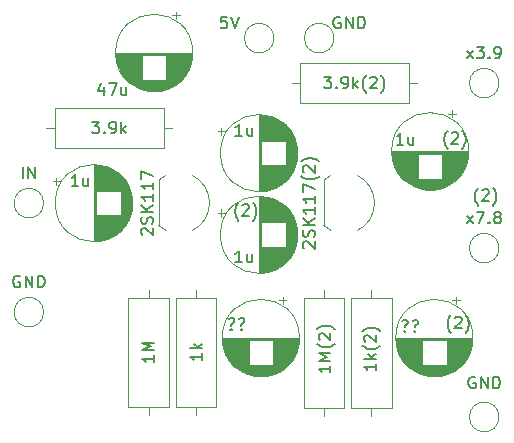
<source format=gto>
%TF.GenerationSoftware,KiCad,Pcbnew,(6.0.0)*%
%TF.CreationDate,2023-03-17T17:00:08+09:00*%
%TF.ProjectId,2sk117 amplifier,32736b31-3137-4206-916d-706c69666965,rev?*%
%TF.SameCoordinates,Original*%
%TF.FileFunction,Legend,Top*%
%TF.FilePolarity,Positive*%
%FSLAX46Y46*%
G04 Gerber Fmt 4.6, Leading zero omitted, Abs format (unit mm)*
G04 Created by KiCad (PCBNEW (6.0.0)) date 2023-03-17 17:00:08*
%MOMM*%
%LPD*%
G01*
G04 APERTURE LIST*
%ADD10C,0.150000*%
%ADD11C,0.120000*%
%ADD12R,1.600000X1.600000*%
%ADD13C,1.600000*%
%ADD14C,2.000000*%
%ADD15R,1.500000X1.500000*%
%ADD16C,1.500000*%
%ADD17C,3.200000*%
%ADD18O,1.600000X1.600000*%
G04 APERTURE END LIST*
D10*
X72114829Y-77036616D02*
X72067210Y-76988997D01*
X71971972Y-76846140D01*
X71924353Y-76750902D01*
X71876734Y-76608044D01*
X71829115Y-76369949D01*
X71829115Y-76179473D01*
X71876734Y-75941378D01*
X71924353Y-75798521D01*
X71971972Y-75703283D01*
X72067210Y-75560425D01*
X72114829Y-75512806D01*
X72448162Y-75750902D02*
X72495781Y-75703283D01*
X72591019Y-75655663D01*
X72829115Y-75655663D01*
X72924353Y-75703283D01*
X72971972Y-75750902D01*
X73019591Y-75846140D01*
X73019591Y-75941378D01*
X72971972Y-76084235D01*
X72400543Y-76655663D01*
X73019591Y-76655663D01*
X73352924Y-77036616D02*
X73400543Y-76988997D01*
X73495781Y-76846140D01*
X73543400Y-76750902D01*
X73591019Y-76608044D01*
X73638638Y-76369949D01*
X73638638Y-76179473D01*
X73591019Y-75941378D01*
X73543400Y-75798521D01*
X73495781Y-75703283D01*
X73400543Y-75560425D01*
X73352924Y-75512806D01*
X54118185Y-67513100D02*
X54070566Y-67465481D01*
X53975328Y-67322624D01*
X53927709Y-67227386D01*
X53880090Y-67084528D01*
X53832471Y-66846433D01*
X53832471Y-66655957D01*
X53880090Y-66417862D01*
X53927709Y-66275005D01*
X53975328Y-66179767D01*
X54070566Y-66036909D01*
X54118185Y-65989290D01*
X54451518Y-66227386D02*
X54499137Y-66179767D01*
X54594375Y-66132147D01*
X54832471Y-66132147D01*
X54927709Y-66179767D01*
X54975328Y-66227386D01*
X55022947Y-66322624D01*
X55022947Y-66417862D01*
X54975328Y-66560719D01*
X54403899Y-67132147D01*
X55022947Y-67132147D01*
X55356280Y-67513100D02*
X55403899Y-67465481D01*
X55499137Y-67322624D01*
X55546756Y-67227386D01*
X55594375Y-67084528D01*
X55641994Y-66846433D01*
X55641994Y-66655957D01*
X55594375Y-66417862D01*
X55546756Y-66275005D01*
X55499137Y-66179767D01*
X55403899Y-66036909D01*
X55356280Y-65989290D01*
X74425682Y-66252634D02*
X74378063Y-66205015D01*
X74282825Y-66062158D01*
X74235206Y-65966920D01*
X74187587Y-65824062D01*
X74139968Y-65585967D01*
X74139968Y-65395491D01*
X74187587Y-65157396D01*
X74235206Y-65014539D01*
X74282825Y-64919301D01*
X74378063Y-64776443D01*
X74425682Y-64728824D01*
X74759015Y-64966920D02*
X74806634Y-64919301D01*
X74901872Y-64871681D01*
X75139968Y-64871681D01*
X75235206Y-64919301D01*
X75282825Y-64966920D01*
X75330444Y-65062158D01*
X75330444Y-65157396D01*
X75282825Y-65300253D01*
X74711396Y-65871681D01*
X75330444Y-65871681D01*
X75663777Y-66252634D02*
X75711396Y-66205015D01*
X75806634Y-66062158D01*
X75854253Y-65966920D01*
X75901872Y-65824062D01*
X75949491Y-65585967D01*
X75949491Y-65395491D01*
X75901872Y-65157396D01*
X75854253Y-65014539D01*
X75806634Y-64919301D01*
X75711396Y-64776443D01*
X75663777Y-64728824D01*
X71834726Y-61420851D02*
X71787107Y-61373232D01*
X71691869Y-61230375D01*
X71644250Y-61135137D01*
X71596631Y-60992279D01*
X71549012Y-60754184D01*
X71549012Y-60563708D01*
X71596631Y-60325613D01*
X71644250Y-60182756D01*
X71691869Y-60087518D01*
X71787107Y-59944660D01*
X71834726Y-59897041D01*
X72168059Y-60135137D02*
X72215678Y-60087518D01*
X72310916Y-60039898D01*
X72549012Y-60039898D01*
X72644250Y-60087518D01*
X72691869Y-60135137D01*
X72739488Y-60230375D01*
X72739488Y-60325613D01*
X72691869Y-60468470D01*
X72120440Y-61039898D01*
X72739488Y-61039898D01*
X73072821Y-61420851D02*
X73120440Y-61373232D01*
X73215678Y-61230375D01*
X73263297Y-61135137D01*
X73310916Y-60992279D01*
X73358535Y-60754184D01*
X73358535Y-60563708D01*
X73310916Y-60325613D01*
X73263297Y-60182756D01*
X73215678Y-60087518D01*
X73120440Y-59944660D01*
X73072821Y-59897041D01*
X54430515Y-71053595D02*
X53859086Y-71053595D01*
X54144801Y-71053595D02*
X54144801Y-70053595D01*
X54049562Y-70196453D01*
X53954324Y-70291691D01*
X53859086Y-70339310D01*
X55287658Y-70386929D02*
X55287658Y-71053595D01*
X54859086Y-70386929D02*
X54859086Y-70910738D01*
X54906705Y-71005976D01*
X55001943Y-71053595D01*
X55144801Y-71053595D01*
X55240039Y-71005976D01*
X55287658Y-70958357D01*
X62738095Y-50300000D02*
X62642857Y-50252380D01*
X62500000Y-50252380D01*
X62357142Y-50300000D01*
X62261904Y-50395238D01*
X62214285Y-50490476D01*
X62166666Y-50680952D01*
X62166666Y-50823809D01*
X62214285Y-51014285D01*
X62261904Y-51109523D01*
X62357142Y-51204761D01*
X62500000Y-51252380D01*
X62595238Y-51252380D01*
X62738095Y-51204761D01*
X62785714Y-51157142D01*
X62785714Y-50823809D01*
X62595238Y-50823809D01*
X63214285Y-51252380D02*
X63214285Y-50252380D01*
X63785714Y-51252380D01*
X63785714Y-50252380D01*
X64261904Y-51252380D02*
X64261904Y-50252380D01*
X64500000Y-50252380D01*
X64642857Y-50300000D01*
X64738095Y-50395238D01*
X64785714Y-50490476D01*
X64833333Y-50680952D01*
X64833333Y-50823809D01*
X64785714Y-51014285D01*
X64738095Y-51109523D01*
X64642857Y-51204761D01*
X64500000Y-51252380D01*
X64261904Y-51252380D01*
X59669694Y-69848333D02*
X59622075Y-69800714D01*
X59574455Y-69705476D01*
X59574455Y-69467380D01*
X59622075Y-69372142D01*
X59669694Y-69324523D01*
X59764932Y-69276904D01*
X59860170Y-69276904D01*
X60003027Y-69324523D01*
X60574455Y-69895952D01*
X60574455Y-69276904D01*
X60526836Y-68895952D02*
X60574455Y-68753095D01*
X60574455Y-68515000D01*
X60526836Y-68419761D01*
X60479217Y-68372142D01*
X60383979Y-68324523D01*
X60288741Y-68324523D01*
X60193503Y-68372142D01*
X60145884Y-68419761D01*
X60098265Y-68515000D01*
X60050646Y-68705476D01*
X60003027Y-68800714D01*
X59955408Y-68848333D01*
X59860170Y-68895952D01*
X59764932Y-68895952D01*
X59669694Y-68848333D01*
X59622075Y-68800714D01*
X59574455Y-68705476D01*
X59574455Y-68467380D01*
X59622075Y-68324523D01*
X60574455Y-67895952D02*
X59574455Y-67895952D01*
X60574455Y-67324523D02*
X60003027Y-67753095D01*
X59574455Y-67324523D02*
X60145884Y-67895952D01*
X60574455Y-66372142D02*
X60574455Y-66943571D01*
X60574455Y-66657857D02*
X59574455Y-66657857D01*
X59717313Y-66753095D01*
X59812551Y-66848333D01*
X59860170Y-66943571D01*
X60574455Y-65419761D02*
X60574455Y-65991190D01*
X60574455Y-65705476D02*
X59574455Y-65705476D01*
X59717313Y-65800714D01*
X59812551Y-65895952D01*
X59860170Y-65991190D01*
X59574455Y-65086428D02*
X59574455Y-64419761D01*
X60574455Y-64848333D01*
X60955408Y-63753095D02*
X60907789Y-63800714D01*
X60764932Y-63895952D01*
X60669694Y-63943571D01*
X60526836Y-63991190D01*
X60288741Y-64038809D01*
X60098265Y-64038809D01*
X59860170Y-63991190D01*
X59717313Y-63943571D01*
X59622075Y-63895952D01*
X59479217Y-63800714D01*
X59431598Y-63753095D01*
X59669694Y-63419761D02*
X59622075Y-63372142D01*
X59574455Y-63276904D01*
X59574455Y-63038809D01*
X59622075Y-62943571D01*
X59669694Y-62895952D01*
X59764932Y-62848333D01*
X59860170Y-62848333D01*
X60003027Y-62895952D01*
X60574455Y-63467380D01*
X60574455Y-62848333D01*
X60955408Y-62515000D02*
X60907789Y-62467380D01*
X60764932Y-62372142D01*
X60669694Y-62324523D01*
X60526836Y-62276904D01*
X60288741Y-62229285D01*
X60098265Y-62229285D01*
X59860170Y-62276904D01*
X59717313Y-62324523D01*
X59622075Y-62372142D01*
X59479217Y-62467380D01*
X59431598Y-62515000D01*
X73477619Y-53792380D02*
X74001428Y-53125714D01*
X73477619Y-53125714D02*
X74001428Y-53792380D01*
X74287142Y-52792380D02*
X74906190Y-52792380D01*
X74572857Y-53173333D01*
X74715714Y-53173333D01*
X74810952Y-53220952D01*
X74858571Y-53268571D01*
X74906190Y-53363809D01*
X74906190Y-53601904D01*
X74858571Y-53697142D01*
X74810952Y-53744761D01*
X74715714Y-53792380D01*
X74430000Y-53792380D01*
X74334761Y-53744761D01*
X74287142Y-53697142D01*
X75334761Y-53697142D02*
X75382380Y-53744761D01*
X75334761Y-53792380D01*
X75287142Y-53744761D01*
X75334761Y-53697142D01*
X75334761Y-53792380D01*
X75858571Y-53792380D02*
X76049047Y-53792380D01*
X76144285Y-53744761D01*
X76191904Y-53697142D01*
X76287142Y-53554285D01*
X76334761Y-53363809D01*
X76334761Y-52982857D01*
X76287142Y-52887619D01*
X76239523Y-52840000D01*
X76144285Y-52792380D01*
X75953809Y-52792380D01*
X75858571Y-52840000D01*
X75810952Y-52887619D01*
X75763333Y-52982857D01*
X75763333Y-53220952D01*
X75810952Y-53316190D01*
X75858571Y-53363809D01*
X75953809Y-53411428D01*
X76144285Y-53411428D01*
X76239523Y-53363809D01*
X76287142Y-53316190D01*
X76334761Y-53220952D01*
X42724975Y-56241706D02*
X42724975Y-56908372D01*
X42486880Y-55860753D02*
X42248785Y-56575039D01*
X42867832Y-56575039D01*
X43153547Y-55908372D02*
X43820213Y-55908372D01*
X43391642Y-56908372D01*
X44629737Y-56241706D02*
X44629737Y-56908372D01*
X44201166Y-56241706D02*
X44201166Y-56765515D01*
X44248785Y-56860753D01*
X44344023Y-56908372D01*
X44486880Y-56908372D01*
X44582118Y-56860753D01*
X44629737Y-56813134D01*
X68196187Y-76840528D02*
X68243806Y-76888147D01*
X68196187Y-76935766D01*
X68148568Y-76888147D01*
X68196187Y-76840528D01*
X68196187Y-76935766D01*
X68005711Y-75983386D02*
X68100949Y-75935766D01*
X68339044Y-75935766D01*
X68434282Y-75983386D01*
X68481901Y-76078624D01*
X68481901Y-76173862D01*
X68434282Y-76269100D01*
X68386663Y-76316719D01*
X68291425Y-76364338D01*
X68243806Y-76411957D01*
X68196187Y-76507195D01*
X68196187Y-76554814D01*
X69053330Y-76840528D02*
X69100949Y-76888147D01*
X69053330Y-76935766D01*
X69005711Y-76888147D01*
X69053330Y-76840528D01*
X69053330Y-76935766D01*
X68862854Y-75983386D02*
X68958092Y-75935766D01*
X69196187Y-75935766D01*
X69291425Y-75983386D01*
X69339044Y-76078624D01*
X69339044Y-76173862D01*
X69291425Y-76269100D01*
X69243806Y-76316719D01*
X69148568Y-76364338D01*
X69100949Y-76411957D01*
X69053330Y-76507195D01*
X69053330Y-76554814D01*
X61912095Y-79802655D02*
X61912095Y-80374084D01*
X61912095Y-80088369D02*
X60912095Y-80088369D01*
X61054953Y-80183607D01*
X61150191Y-80278845D01*
X61197810Y-80374084D01*
X61912095Y-79374084D02*
X60912095Y-79374084D01*
X61626381Y-79040750D01*
X60912095Y-78707417D01*
X61912095Y-78707417D01*
X62293048Y-77945512D02*
X62245429Y-77993131D01*
X62102572Y-78088369D01*
X62007334Y-78135988D01*
X61864476Y-78183607D01*
X61626381Y-78231226D01*
X61435905Y-78231226D01*
X61197810Y-78183607D01*
X61054953Y-78135988D01*
X60959715Y-78088369D01*
X60816857Y-77993131D01*
X60769238Y-77945512D01*
X61007334Y-77612179D02*
X60959715Y-77564560D01*
X60912095Y-77469322D01*
X60912095Y-77231226D01*
X60959715Y-77135988D01*
X61007334Y-77088369D01*
X61102572Y-77040750D01*
X61197810Y-77040750D01*
X61340667Y-77088369D01*
X61912095Y-77659798D01*
X61912095Y-77040750D01*
X62293048Y-76707417D02*
X62245429Y-76659798D01*
X62102572Y-76564560D01*
X62007334Y-76516941D01*
X61864476Y-76469322D01*
X61626381Y-76421703D01*
X61435905Y-76421703D01*
X61197810Y-76469322D01*
X61054953Y-76516941D01*
X60959715Y-76564560D01*
X60816857Y-76659798D01*
X60769238Y-76707417D01*
X41727619Y-59142380D02*
X42346666Y-59142380D01*
X42013333Y-59523333D01*
X42156190Y-59523333D01*
X42251428Y-59570952D01*
X42299047Y-59618571D01*
X42346666Y-59713809D01*
X42346666Y-59951904D01*
X42299047Y-60047142D01*
X42251428Y-60094761D01*
X42156190Y-60142380D01*
X41870476Y-60142380D01*
X41775238Y-60094761D01*
X41727619Y-60047142D01*
X42775238Y-60047142D02*
X42822857Y-60094761D01*
X42775238Y-60142380D01*
X42727619Y-60094761D01*
X42775238Y-60047142D01*
X42775238Y-60142380D01*
X43299047Y-60142380D02*
X43489523Y-60142380D01*
X43584761Y-60094761D01*
X43632380Y-60047142D01*
X43727619Y-59904285D01*
X43775238Y-59713809D01*
X43775238Y-59332857D01*
X43727619Y-59237619D01*
X43680000Y-59190000D01*
X43584761Y-59142380D01*
X43394285Y-59142380D01*
X43299047Y-59190000D01*
X43251428Y-59237619D01*
X43203809Y-59332857D01*
X43203809Y-59570952D01*
X43251428Y-59666190D01*
X43299047Y-59713809D01*
X43394285Y-59761428D01*
X43584761Y-59761428D01*
X43680000Y-59713809D01*
X43727619Y-59666190D01*
X43775238Y-59570952D01*
X44203809Y-60142380D02*
X44203809Y-59142380D01*
X44299047Y-59761428D02*
X44584761Y-60142380D01*
X44584761Y-59475714D02*
X44203809Y-59856666D01*
X46996589Y-78939902D02*
X46996589Y-79511330D01*
X46996589Y-79225616D02*
X45996589Y-79225616D01*
X46139447Y-79320854D01*
X46234685Y-79416092D01*
X46282304Y-79511330D01*
X46996589Y-78511330D02*
X45996589Y-78511330D01*
X46710875Y-78177997D01*
X45996589Y-77844664D01*
X46996589Y-77844664D01*
X68085556Y-61109924D02*
X67514127Y-61109924D01*
X67799842Y-61109924D02*
X67799842Y-60109924D01*
X67704603Y-60252782D01*
X67609365Y-60348020D01*
X67514127Y-60395639D01*
X68942699Y-60443258D02*
X68942699Y-61109924D01*
X68514127Y-60443258D02*
X68514127Y-60967067D01*
X68561746Y-61062305D01*
X68656984Y-61109924D01*
X68799842Y-61109924D01*
X68895080Y-61062305D01*
X68942699Y-61014686D01*
X35858420Y-63952380D02*
X35858420Y-62952380D01*
X36334610Y-63952380D02*
X36334610Y-62952380D01*
X36906039Y-63952380D01*
X36906039Y-62952380D01*
X45991604Y-68730476D02*
X45943985Y-68682857D01*
X45896365Y-68587619D01*
X45896365Y-68349523D01*
X45943985Y-68254285D01*
X45991604Y-68206666D01*
X46086842Y-68159047D01*
X46182080Y-68159047D01*
X46324937Y-68206666D01*
X46896365Y-68778095D01*
X46896365Y-68159047D01*
X46848746Y-67778095D02*
X46896365Y-67635238D01*
X46896365Y-67397142D01*
X46848746Y-67301904D01*
X46801127Y-67254285D01*
X46705889Y-67206666D01*
X46610651Y-67206666D01*
X46515413Y-67254285D01*
X46467794Y-67301904D01*
X46420175Y-67397142D01*
X46372556Y-67587619D01*
X46324937Y-67682857D01*
X46277318Y-67730476D01*
X46182080Y-67778095D01*
X46086842Y-67778095D01*
X45991604Y-67730476D01*
X45943985Y-67682857D01*
X45896365Y-67587619D01*
X45896365Y-67349523D01*
X45943985Y-67206666D01*
X46896365Y-66778095D02*
X45896365Y-66778095D01*
X46896365Y-66206666D02*
X46324937Y-66635238D01*
X45896365Y-66206666D02*
X46467794Y-66778095D01*
X46896365Y-65254285D02*
X46896365Y-65825714D01*
X46896365Y-65540000D02*
X45896365Y-65540000D01*
X46039223Y-65635238D01*
X46134461Y-65730476D01*
X46182080Y-65825714D01*
X46896365Y-64301904D02*
X46896365Y-64873333D01*
X46896365Y-64587619D02*
X45896365Y-64587619D01*
X46039223Y-64682857D01*
X46134461Y-64778095D01*
X46182080Y-64873333D01*
X45896365Y-63968571D02*
X45896365Y-63301904D01*
X46896365Y-63730476D01*
X61370384Y-55332380D02*
X61989432Y-55332380D01*
X61656099Y-55713333D01*
X61798956Y-55713333D01*
X61894194Y-55760952D01*
X61941813Y-55808571D01*
X61989432Y-55903809D01*
X61989432Y-56141904D01*
X61941813Y-56237142D01*
X61894194Y-56284761D01*
X61798956Y-56332380D01*
X61513242Y-56332380D01*
X61418003Y-56284761D01*
X61370384Y-56237142D01*
X62418003Y-56237142D02*
X62465623Y-56284761D01*
X62418003Y-56332380D01*
X62370384Y-56284761D01*
X62418003Y-56237142D01*
X62418003Y-56332380D01*
X62941813Y-56332380D02*
X63132289Y-56332380D01*
X63227527Y-56284761D01*
X63275146Y-56237142D01*
X63370384Y-56094285D01*
X63418003Y-55903809D01*
X63418003Y-55522857D01*
X63370384Y-55427619D01*
X63322765Y-55380000D01*
X63227527Y-55332380D01*
X63037051Y-55332380D01*
X62941813Y-55380000D01*
X62894194Y-55427619D01*
X62846575Y-55522857D01*
X62846575Y-55760952D01*
X62894194Y-55856190D01*
X62941813Y-55903809D01*
X63037051Y-55951428D01*
X63227527Y-55951428D01*
X63322765Y-55903809D01*
X63370384Y-55856190D01*
X63418003Y-55760952D01*
X63846575Y-56332380D02*
X63846575Y-55332380D01*
X63941813Y-55951428D02*
X64227527Y-56332380D01*
X64227527Y-55665714D02*
X63846575Y-56046666D01*
X64941813Y-56713333D02*
X64894194Y-56665714D01*
X64798956Y-56522857D01*
X64751337Y-56427619D01*
X64703718Y-56284761D01*
X64656099Y-56046666D01*
X64656099Y-55856190D01*
X64703718Y-55618095D01*
X64751337Y-55475238D01*
X64798956Y-55380000D01*
X64894194Y-55237142D01*
X64941813Y-55189523D01*
X65275146Y-55427619D02*
X65322765Y-55380000D01*
X65418003Y-55332380D01*
X65656099Y-55332380D01*
X65751337Y-55380000D01*
X65798956Y-55427619D01*
X65846575Y-55522857D01*
X65846575Y-55618095D01*
X65798956Y-55760952D01*
X65227527Y-56332380D01*
X65846575Y-56332380D01*
X66179908Y-56713333D02*
X66227527Y-56665714D01*
X66322765Y-56522857D01*
X66370384Y-56427619D01*
X66418003Y-56284761D01*
X66465623Y-56046666D01*
X66465623Y-55856190D01*
X66418003Y-55618095D01*
X66370384Y-55475238D01*
X66322765Y-55380000D01*
X66227527Y-55237142D01*
X66179908Y-55189523D01*
X65763517Y-79635988D02*
X65763517Y-80207417D01*
X65763517Y-79921703D02*
X64763517Y-79921703D01*
X64906375Y-80016941D01*
X65001613Y-80112179D01*
X65049232Y-80207417D01*
X65763517Y-79207417D02*
X64763517Y-79207417D01*
X65382565Y-79112179D02*
X65763517Y-78826464D01*
X65096851Y-78826464D02*
X65477803Y-79207417D01*
X66144470Y-78112179D02*
X66096851Y-78159798D01*
X65953994Y-78255036D01*
X65858756Y-78302655D01*
X65715898Y-78350274D01*
X65477803Y-78397893D01*
X65287327Y-78397893D01*
X65049232Y-78350274D01*
X64906375Y-78302655D01*
X64811137Y-78255036D01*
X64668279Y-78159798D01*
X64620660Y-78112179D01*
X64858756Y-77778845D02*
X64811137Y-77731226D01*
X64763517Y-77635988D01*
X64763517Y-77397893D01*
X64811137Y-77302655D01*
X64858756Y-77255036D01*
X64953994Y-77207417D01*
X65049232Y-77207417D01*
X65192089Y-77255036D01*
X65763517Y-77826464D01*
X65763517Y-77207417D01*
X66144470Y-76874084D02*
X66096851Y-76826464D01*
X65953994Y-76731226D01*
X65858756Y-76683607D01*
X65715898Y-76635988D01*
X65477803Y-76588369D01*
X65287327Y-76588369D01*
X65049232Y-76635988D01*
X64906375Y-76683607D01*
X64811137Y-76731226D01*
X64668279Y-76826464D01*
X64620660Y-76874084D01*
X35620325Y-72231359D02*
X35525087Y-72183739D01*
X35382230Y-72183739D01*
X35239372Y-72231359D01*
X35144134Y-72326597D01*
X35096515Y-72421835D01*
X35048896Y-72612311D01*
X35048896Y-72755168D01*
X35096515Y-72945644D01*
X35144134Y-73040882D01*
X35239372Y-73136120D01*
X35382230Y-73183739D01*
X35477468Y-73183739D01*
X35620325Y-73136120D01*
X35667944Y-73088501D01*
X35667944Y-72755168D01*
X35477468Y-72755168D01*
X36096515Y-73183739D02*
X36096515Y-72183739D01*
X36667944Y-73183739D01*
X36667944Y-72183739D01*
X37144134Y-73183739D02*
X37144134Y-72183739D01*
X37382230Y-72183739D01*
X37525087Y-72231359D01*
X37620325Y-72326597D01*
X37667944Y-72421835D01*
X37715563Y-72612311D01*
X37715563Y-72755168D01*
X37667944Y-72945644D01*
X37620325Y-73040882D01*
X37525087Y-73136120D01*
X37382230Y-73183739D01*
X37144134Y-73183739D01*
X73477619Y-67762380D02*
X74001428Y-67095714D01*
X73477619Y-67095714D02*
X74001428Y-67762380D01*
X74287142Y-66762380D02*
X74953809Y-66762380D01*
X74525238Y-67762380D01*
X75334761Y-67667142D02*
X75382380Y-67714761D01*
X75334761Y-67762380D01*
X75287142Y-67714761D01*
X75334761Y-67667142D01*
X75334761Y-67762380D01*
X75953809Y-67190952D02*
X75858571Y-67143333D01*
X75810952Y-67095714D01*
X75763333Y-67000476D01*
X75763333Y-66952857D01*
X75810952Y-66857619D01*
X75858571Y-66810000D01*
X75953809Y-66762380D01*
X76144285Y-66762380D01*
X76239523Y-66810000D01*
X76287142Y-66857619D01*
X76334761Y-66952857D01*
X76334761Y-67000476D01*
X76287142Y-67095714D01*
X76239523Y-67143333D01*
X76144285Y-67190952D01*
X75953809Y-67190952D01*
X75858571Y-67238571D01*
X75810952Y-67286190D01*
X75763333Y-67381428D01*
X75763333Y-67571904D01*
X75810952Y-67667142D01*
X75858571Y-67714761D01*
X75953809Y-67762380D01*
X76144285Y-67762380D01*
X76239523Y-67714761D01*
X76287142Y-67667142D01*
X76334761Y-67571904D01*
X76334761Y-67381428D01*
X76287142Y-67286190D01*
X76239523Y-67238571D01*
X76144285Y-67190952D01*
X74168095Y-80780000D02*
X74072857Y-80732380D01*
X73930000Y-80732380D01*
X73787142Y-80780000D01*
X73691904Y-80875238D01*
X73644285Y-80970476D01*
X73596666Y-81160952D01*
X73596666Y-81303809D01*
X73644285Y-81494285D01*
X73691904Y-81589523D01*
X73787142Y-81684761D01*
X73930000Y-81732380D01*
X74025238Y-81732380D01*
X74168095Y-81684761D01*
X74215714Y-81637142D01*
X74215714Y-81303809D01*
X74025238Y-81303809D01*
X74644285Y-81732380D02*
X74644285Y-80732380D01*
X75215714Y-81732380D01*
X75215714Y-80732380D01*
X75691904Y-81732380D02*
X75691904Y-80732380D01*
X75930000Y-80732380D01*
X76072857Y-80780000D01*
X76168095Y-80875238D01*
X76215714Y-80970476D01*
X76263333Y-81160952D01*
X76263333Y-81303809D01*
X76215714Y-81494285D01*
X76168095Y-81589523D01*
X76072857Y-81684761D01*
X75930000Y-81732380D01*
X75691904Y-81732380D01*
X53149523Y-50252380D02*
X52673333Y-50252380D01*
X52625714Y-50728571D01*
X52673333Y-50680952D01*
X52768571Y-50633333D01*
X53006666Y-50633333D01*
X53101904Y-50680952D01*
X53149523Y-50728571D01*
X53197142Y-50823809D01*
X53197142Y-51061904D01*
X53149523Y-51157142D01*
X53101904Y-51204761D01*
X53006666Y-51252380D01*
X52768571Y-51252380D01*
X52673333Y-51204761D01*
X52625714Y-51157142D01*
X53482857Y-50252380D02*
X53816190Y-51252380D01*
X54149523Y-50252380D01*
X51058088Y-78773235D02*
X51058088Y-79344664D01*
X51058088Y-79058949D02*
X50058088Y-79058949D01*
X50200946Y-79154188D01*
X50296184Y-79249426D01*
X50343803Y-79344664D01*
X51058088Y-78344664D02*
X50058088Y-78344664D01*
X50677136Y-78249426D02*
X51058088Y-77963711D01*
X50391422Y-77963711D02*
X50772374Y-78344664D01*
X54430515Y-60339639D02*
X53859086Y-60339639D01*
X54144801Y-60339639D02*
X54144801Y-59339639D01*
X54049562Y-59482497D01*
X53954324Y-59577735D01*
X53859086Y-59625354D01*
X55287658Y-59672973D02*
X55287658Y-60339639D01*
X54859086Y-59672973D02*
X54859086Y-60196782D01*
X54906705Y-60292020D01*
X55001943Y-60339639D01*
X55144801Y-60339639D01*
X55240039Y-60292020D01*
X55287658Y-60244401D01*
X53490758Y-76700476D02*
X53538377Y-76748095D01*
X53490758Y-76795714D01*
X53443139Y-76748095D01*
X53490758Y-76700476D01*
X53490758Y-76795714D01*
X53300282Y-75843334D02*
X53395520Y-75795714D01*
X53633615Y-75795714D01*
X53728853Y-75843334D01*
X53776472Y-75938572D01*
X53776472Y-76033810D01*
X53728853Y-76129048D01*
X53681234Y-76176667D01*
X53585996Y-76224286D01*
X53538377Y-76271905D01*
X53490758Y-76367143D01*
X53490758Y-76414762D01*
X54347901Y-76700476D02*
X54395520Y-76748095D01*
X54347901Y-76795714D01*
X54300282Y-76748095D01*
X54347901Y-76700476D01*
X54347901Y-76795714D01*
X54157425Y-75843334D02*
X54252663Y-75795714D01*
X54490758Y-75795714D01*
X54585996Y-75843334D01*
X54633615Y-75938572D01*
X54633615Y-76033810D01*
X54585996Y-76129048D01*
X54538377Y-76176667D01*
X54443139Y-76224286D01*
X54395520Y-76271905D01*
X54347901Y-76367143D01*
X54347901Y-76414762D01*
X40565396Y-64611216D02*
X39993967Y-64611216D01*
X40279682Y-64611216D02*
X40279682Y-63611216D01*
X40184443Y-63754074D01*
X40089205Y-63849312D01*
X39993967Y-63896931D01*
X41422539Y-63944550D02*
X41422539Y-64611216D01*
X40993967Y-63944550D02*
X40993967Y-64468359D01*
X41041586Y-64563597D01*
X41136824Y-64611216D01*
X41279682Y-64611216D01*
X41374920Y-64563597D01*
X41422539Y-64515978D01*
D11*
X56069534Y-65496051D02*
X56069534Y-71944051D01*
X56429534Y-65538051D02*
X56429534Y-67680051D01*
X57110534Y-65734051D02*
X57110534Y-67680051D01*
X57030534Y-65702051D02*
X57030534Y-67680051D01*
X56309534Y-69760051D02*
X56309534Y-71921051D01*
X57950534Y-66236051D02*
X57950534Y-67680051D01*
X55949534Y-65490051D02*
X55949534Y-71950051D01*
X57590534Y-69760051D02*
X57590534Y-71462051D01*
X57390534Y-65864051D02*
X57390534Y-67680051D01*
X57430534Y-69760051D02*
X57430534Y-71554051D01*
X55909534Y-65490051D02*
X55909534Y-71950051D01*
X58390534Y-66676051D02*
X58390534Y-70764051D01*
X57670534Y-69760051D02*
X57670534Y-71410051D01*
X58750534Y-67211051D02*
X58750534Y-70229051D01*
X58950534Y-67661051D02*
X58950534Y-69779051D01*
X59030534Y-67918051D02*
X59030534Y-69522051D01*
X58990534Y-67780051D02*
X58990534Y-69660051D01*
X57470534Y-65908051D02*
X57470534Y-67680051D01*
X57390534Y-69760051D02*
X57390534Y-71576051D01*
X55989534Y-65492051D02*
X55989534Y-71948051D01*
X56990534Y-65687051D02*
X56990534Y-67680051D01*
X56590534Y-65570051D02*
X56590534Y-67680051D01*
X56349534Y-69760051D02*
X56349534Y-71915051D01*
X57270534Y-65804051D02*
X57270534Y-67680051D01*
X56389534Y-69760051D02*
X56389534Y-71909051D01*
X57350534Y-69760051D02*
X57350534Y-71596051D01*
X58430534Y-66725051D02*
X58430534Y-70715051D01*
X56469534Y-69760051D02*
X56469534Y-71895051D01*
X56750534Y-65610051D02*
X56750534Y-67680051D01*
X57950534Y-69760051D02*
X57950534Y-71204051D01*
X58510534Y-66830051D02*
X58510534Y-70610051D01*
X56870534Y-65646051D02*
X56870534Y-67680051D01*
X57190534Y-65768051D02*
X57190534Y-67680051D01*
X56590534Y-69760051D02*
X56590534Y-71870051D01*
X56950534Y-65673051D02*
X56950534Y-67680051D01*
X57750534Y-66084051D02*
X57750534Y-67680051D01*
X56029534Y-65493051D02*
X56029534Y-71947051D01*
X57310534Y-65824051D02*
X57310534Y-67680051D01*
X56910534Y-69760051D02*
X56910534Y-71781051D01*
X56309534Y-65519051D02*
X56309534Y-67680051D01*
X57510534Y-69760051D02*
X57510534Y-71510051D01*
X56670534Y-69760051D02*
X56670534Y-71851051D01*
X56269534Y-69760051D02*
X56269534Y-71926051D01*
X58150534Y-69760051D02*
X58150534Y-71025051D01*
X56149534Y-65502051D02*
X56149534Y-67680051D01*
X56549534Y-65561051D02*
X56549534Y-67680051D01*
X57230534Y-69760051D02*
X57230534Y-71654051D01*
X56509534Y-65553051D02*
X56509534Y-67680051D01*
X57270534Y-69760051D02*
X57270534Y-71636051D01*
X56990534Y-69760051D02*
X56990534Y-71753051D01*
X59070534Y-68087051D02*
X59070534Y-69353051D01*
X57710534Y-66056051D02*
X57710534Y-67680051D01*
X58830534Y-67370051D02*
X58830534Y-70070051D01*
X58550534Y-66886051D02*
X58550534Y-70554051D01*
X58030534Y-66304051D02*
X58030534Y-67680051D01*
X58190534Y-66455051D02*
X58190534Y-70985051D01*
X56509534Y-69760051D02*
X56509534Y-71887051D01*
X58710534Y-67139051D02*
X58710534Y-70301051D01*
X58150534Y-66415051D02*
X58150534Y-67680051D01*
X57750534Y-69760051D02*
X57750534Y-71356051D01*
X56910534Y-65659051D02*
X56910534Y-67680051D01*
X52369293Y-66881051D02*
X52999293Y-66881051D01*
X57710534Y-69760051D02*
X57710534Y-71384051D01*
X57590534Y-65978051D02*
X57590534Y-67680051D01*
X56950534Y-69760051D02*
X56950534Y-71767051D01*
X57110534Y-69760051D02*
X57110534Y-71706051D01*
X56670534Y-65589051D02*
X56670534Y-67680051D01*
X57030534Y-69760051D02*
X57030534Y-71738051D01*
X56549534Y-69760051D02*
X56549534Y-71879051D01*
X56229534Y-69760051D02*
X56229534Y-71931051D01*
X58110534Y-66377051D02*
X58110534Y-67680051D01*
X57430534Y-65886051D02*
X57430534Y-67680051D01*
X58910534Y-67555051D02*
X58910534Y-69885051D01*
X57190534Y-69760051D02*
X57190534Y-71672051D01*
X57630534Y-66004051D02*
X57630534Y-67680051D01*
X58270534Y-66538051D02*
X58270534Y-70902051D01*
X56830534Y-65634051D02*
X56830534Y-67680051D01*
X57910534Y-69760051D02*
X57910534Y-71236051D01*
X56710534Y-65599051D02*
X56710534Y-67680051D01*
X56790534Y-65622051D02*
X56790534Y-67680051D01*
X58870534Y-67458051D02*
X58870534Y-69982051D01*
X57070534Y-65718051D02*
X57070534Y-67680051D01*
X56750534Y-69760051D02*
X56750534Y-71830051D01*
X57990534Y-66270051D02*
X57990534Y-67680051D01*
X57830534Y-66142051D02*
X57830534Y-67680051D01*
X57070534Y-69760051D02*
X57070534Y-71722051D01*
X56269534Y-65514051D02*
X56269534Y-67680051D01*
X58070534Y-69760051D02*
X58070534Y-71100051D01*
X57550534Y-69760051D02*
X57550534Y-71486051D01*
X59110534Y-68318051D02*
X59110534Y-69122051D01*
X57670534Y-66030051D02*
X57670534Y-67680051D01*
X56830534Y-69760051D02*
X56830534Y-71806051D01*
X56630534Y-65579051D02*
X56630534Y-67680051D01*
X57150534Y-65750051D02*
X57150534Y-67680051D01*
X56710534Y-69760051D02*
X56710534Y-71841051D01*
X57350534Y-65844051D02*
X57350534Y-67680051D01*
X56349534Y-65525051D02*
X56349534Y-67680051D01*
X56790534Y-69760051D02*
X56790534Y-71818051D01*
X56109534Y-65498051D02*
X56109534Y-67680051D01*
X56229534Y-65509051D02*
X56229534Y-67680051D01*
X57550534Y-65954051D02*
X57550534Y-67680051D01*
X57910534Y-66204051D02*
X57910534Y-67680051D01*
X56189534Y-69760051D02*
X56189534Y-71935051D01*
X57630534Y-69760051D02*
X57630534Y-71436051D01*
X58670534Y-67070051D02*
X58670534Y-70370051D01*
X58350534Y-66628051D02*
X58350534Y-70812051D01*
X58230534Y-66496051D02*
X58230534Y-70944051D01*
X57470534Y-69760051D02*
X57470534Y-71532051D01*
X58470534Y-66776051D02*
X58470534Y-70664051D01*
X56870534Y-69760051D02*
X56870534Y-71794051D01*
X57870534Y-66172051D02*
X57870534Y-67680051D01*
X56109534Y-69760051D02*
X56109534Y-71942051D01*
X56389534Y-65531051D02*
X56389534Y-67680051D01*
X58790534Y-67288051D02*
X58790534Y-70152051D01*
X58110534Y-69760051D02*
X58110534Y-71063051D01*
X57230534Y-65786051D02*
X57230534Y-67680051D01*
X55869534Y-65490051D02*
X55869534Y-71950051D01*
X58590534Y-66944051D02*
X58590534Y-70496051D01*
X56469534Y-65545051D02*
X56469534Y-67680051D01*
X56149534Y-69760051D02*
X56149534Y-71938051D01*
X57790534Y-66113051D02*
X57790534Y-67680051D01*
X57990534Y-69760051D02*
X57990534Y-71170051D01*
X58030534Y-69760051D02*
X58030534Y-71136051D01*
X56429534Y-69760051D02*
X56429534Y-71902051D01*
X57150534Y-69760051D02*
X57150534Y-71690051D01*
X58630534Y-67006051D02*
X58630534Y-70434051D01*
X58070534Y-66340051D02*
X58070534Y-67680051D01*
X56189534Y-65505051D02*
X56189534Y-67680051D01*
X56630534Y-69760051D02*
X56630534Y-71861051D01*
X57310534Y-69760051D02*
X57310534Y-71616051D01*
X52684293Y-66566051D02*
X52684293Y-67196051D01*
X57870534Y-69760051D02*
X57870534Y-71268051D01*
X58310534Y-66583051D02*
X58310534Y-70857051D01*
X57510534Y-65930051D02*
X57510534Y-67680051D01*
X57790534Y-69760051D02*
X57790534Y-71327051D01*
X57830534Y-69760051D02*
X57830534Y-71298051D01*
X59139534Y-68720051D02*
G75*
G03*
X59139534Y-68720051I-3270000J0D01*
G01*
X62211000Y-52070000D02*
G75*
G03*
X62211000Y-52070000I-1251000J0D01*
G01*
X61350000Y-64090000D02*
X61350000Y-67940000D01*
X65650000Y-66030000D02*
G75*
G03*
X64148807Y-63673600I-2600002J-2D01*
G01*
X64148807Y-68386400D02*
G75*
G03*
X65650000Y-66030000I-1098804J2356399D01*
G01*
X61927955Y-63707369D02*
G75*
G03*
X61350000Y-64090000I1122056J-2322647D01*
G01*
X61350000Y-67940000D02*
G75*
G03*
X61937736Y-68332383I1699985J1909979D01*
G01*
X76181000Y-55880000D02*
G75*
G03*
X76181000Y-55880000I-1251000J0D01*
G01*
X45950000Y-55481000D02*
X44574000Y-55481000D01*
X50076000Y-54281000D02*
X48030000Y-54281000D01*
X49474000Y-55401000D02*
X48030000Y-55401000D01*
X45950000Y-55081000D02*
X44274000Y-55081000D01*
X49034000Y-55841000D02*
X44946000Y-55841000D01*
X48571000Y-56161000D02*
X45409000Y-56161000D01*
X47792000Y-56481000D02*
X46188000Y-56481000D01*
X45950000Y-53680000D02*
X43779000Y-53680000D01*
X49802000Y-54921000D02*
X48030000Y-54921000D01*
X50100000Y-54201000D02*
X48030000Y-54201000D01*
X49370000Y-55521000D02*
X48030000Y-55521000D01*
X49538000Y-55321000D02*
X48030000Y-55321000D01*
X49680000Y-55121000D02*
X48030000Y-55121000D01*
X47623000Y-56521000D02*
X46357000Y-56521000D01*
X50051000Y-54361000D02*
X48030000Y-54361000D01*
X50201000Y-53680000D02*
X48030000Y-53680000D01*
X45950000Y-54801000D02*
X44114000Y-54801000D01*
X45950000Y-54241000D02*
X43892000Y-54241000D01*
X45950000Y-55161000D02*
X44326000Y-55161000D01*
X50037000Y-54401000D02*
X48030000Y-54401000D01*
X47930000Y-56441000D02*
X46050000Y-56441000D01*
X45950000Y-55121000D02*
X44300000Y-55121000D01*
X45950000Y-53600000D02*
X43772000Y-53600000D01*
X48880000Y-55961000D02*
X45100000Y-55961000D01*
X45950000Y-54961000D02*
X44200000Y-54961000D01*
X45950000Y-54841000D02*
X44134000Y-54841000D01*
X50220000Y-53400000D02*
X43760000Y-53400000D01*
X48499000Y-56201000D02*
X45481000Y-56201000D01*
X45950000Y-54041000D02*
X43840000Y-54041000D01*
X45950000Y-55521000D02*
X44610000Y-55521000D01*
X45950000Y-54521000D02*
X43988000Y-54521000D01*
X48704000Y-56081000D02*
X45276000Y-56081000D01*
X48934000Y-55921000D02*
X45046000Y-55921000D01*
X49886000Y-54761000D02*
X48030000Y-54761000D01*
X48049000Y-56401000D02*
X45931000Y-56401000D01*
X45950000Y-54361000D02*
X43929000Y-54361000D01*
X50185000Y-53800000D02*
X48030000Y-53800000D01*
X50111000Y-54161000D02*
X48030000Y-54161000D01*
X48252000Y-56321000D02*
X45728000Y-56321000D01*
X48640000Y-56121000D02*
X45340000Y-56121000D01*
X49706000Y-55081000D02*
X48030000Y-55081000D01*
X49732000Y-55041000D02*
X48030000Y-55041000D01*
X49440000Y-55441000D02*
X48030000Y-55441000D01*
X50165000Y-53920000D02*
X48030000Y-53920000D01*
X50220000Y-53320000D02*
X43760000Y-53320000D01*
X50212000Y-53560000D02*
X48030000Y-53560000D01*
X45950000Y-53960000D02*
X43823000Y-53960000D01*
X49172000Y-55721000D02*
X44808000Y-55721000D01*
X45950000Y-54721000D02*
X44074000Y-54721000D01*
X50064000Y-54321000D02*
X48030000Y-54321000D01*
X49506000Y-55361000D02*
X48030000Y-55361000D01*
X45950000Y-54161000D02*
X43869000Y-54161000D01*
X49824000Y-54881000D02*
X48030000Y-54881000D01*
X45950000Y-54481000D02*
X43972000Y-54481000D01*
X50088000Y-54241000D02*
X48030000Y-54241000D01*
X49756000Y-55001000D02*
X48030000Y-55001000D01*
X45950000Y-54401000D02*
X43943000Y-54401000D01*
X50149000Y-54000000D02*
X48030000Y-54000000D01*
X45950000Y-53560000D02*
X43768000Y-53560000D01*
X49333000Y-55561000D02*
X48030000Y-55561000D01*
X45950000Y-53720000D02*
X43784000Y-53720000D01*
X45950000Y-54561000D02*
X44004000Y-54561000D01*
X48155000Y-56361000D02*
X45825000Y-56361000D01*
X49976000Y-54561000D02*
X48030000Y-54561000D01*
X49942000Y-54641000D02*
X48030000Y-54641000D01*
X49906000Y-54721000D02*
X48030000Y-54721000D01*
X45950000Y-54761000D02*
X44094000Y-54761000D01*
X45950000Y-54921000D02*
X44178000Y-54921000D01*
X48985000Y-55881000D02*
X44995000Y-55881000D01*
X45950000Y-55601000D02*
X44685000Y-55601000D01*
X50140000Y-54041000D02*
X48030000Y-54041000D01*
X50179000Y-53840000D02*
X48030000Y-53840000D01*
X49127000Y-55761000D02*
X44853000Y-55761000D01*
X49214000Y-55681000D02*
X44766000Y-55681000D01*
X50157000Y-53960000D02*
X48030000Y-53960000D01*
X50220000Y-53360000D02*
X43760000Y-53360000D01*
X45950000Y-54601000D02*
X44020000Y-54601000D01*
X49406000Y-55481000D02*
X48030000Y-55481000D01*
X45950000Y-54201000D02*
X43880000Y-54201000D01*
X45950000Y-55401000D02*
X44506000Y-55401000D01*
X45950000Y-53920000D02*
X43815000Y-53920000D01*
X45950000Y-54641000D02*
X44038000Y-54641000D01*
X50131000Y-54081000D02*
X48030000Y-54081000D01*
X45950000Y-54441000D02*
X43957000Y-54441000D01*
X50208000Y-53600000D02*
X48030000Y-53600000D01*
X45950000Y-53840000D02*
X43801000Y-53840000D01*
X45950000Y-54121000D02*
X43859000Y-54121000D01*
X45950000Y-54321000D02*
X43916000Y-54321000D01*
X49295000Y-55601000D02*
X48030000Y-55601000D01*
X48824000Y-56001000D02*
X45156000Y-56001000D01*
X45950000Y-55441000D02*
X44540000Y-55441000D01*
X49960000Y-54601000D02*
X48030000Y-54601000D01*
X49780000Y-54961000D02*
X48030000Y-54961000D01*
X45950000Y-55241000D02*
X44383000Y-55241000D01*
X49626000Y-55201000D02*
X48030000Y-55201000D01*
X47392000Y-56561000D02*
X46588000Y-56561000D01*
X45950000Y-53800000D02*
X43795000Y-53800000D01*
X45950000Y-53880000D02*
X43808000Y-53880000D01*
X49255000Y-55641000D02*
X44725000Y-55641000D01*
X49144000Y-50134759D02*
X48514000Y-50134759D01*
X45950000Y-55041000D02*
X44248000Y-55041000D01*
X45950000Y-54681000D02*
X44056000Y-54681000D01*
X49924000Y-54681000D02*
X48030000Y-54681000D01*
X45950000Y-53760000D02*
X43789000Y-53760000D01*
X49846000Y-54841000D02*
X48030000Y-54841000D01*
X45950000Y-55281000D02*
X44412000Y-55281000D01*
X50214000Y-53520000D02*
X43766000Y-53520000D01*
X50023000Y-54441000D02*
X48030000Y-54441000D01*
X45950000Y-55201000D02*
X44354000Y-55201000D01*
X50008000Y-54481000D02*
X48030000Y-54481000D01*
X49082000Y-55801000D02*
X44898000Y-55801000D01*
X45950000Y-54881000D02*
X44156000Y-54881000D01*
X50217000Y-53480000D02*
X43763000Y-53480000D01*
X49654000Y-55161000D02*
X48030000Y-55161000D01*
X45950000Y-55561000D02*
X44647000Y-55561000D01*
X45950000Y-54000000D02*
X43831000Y-54000000D01*
X50205000Y-53640000D02*
X48030000Y-53640000D01*
X50191000Y-53760000D02*
X48030000Y-53760000D01*
X49866000Y-54801000D02*
X48030000Y-54801000D01*
X49568000Y-55281000D02*
X48030000Y-55281000D01*
X45950000Y-54281000D02*
X43904000Y-54281000D01*
X48766000Y-56041000D02*
X45214000Y-56041000D01*
X45950000Y-55001000D02*
X44224000Y-55001000D01*
X48340000Y-56281000D02*
X45640000Y-56281000D01*
X48422000Y-56241000D02*
X45558000Y-56241000D01*
X49992000Y-54521000D02*
X48030000Y-54521000D01*
X50172000Y-53880000D02*
X48030000Y-53880000D01*
X45950000Y-55321000D02*
X44442000Y-55321000D01*
X45950000Y-53640000D02*
X43775000Y-53640000D01*
X45950000Y-54081000D02*
X43849000Y-54081000D01*
X50196000Y-53720000D02*
X48030000Y-53720000D01*
X50121000Y-54121000D02*
X48030000Y-54121000D01*
X49597000Y-55241000D02*
X48030000Y-55241000D01*
X50218000Y-53440000D02*
X43762000Y-53440000D01*
X45950000Y-55361000D02*
X44474000Y-55361000D01*
X48829000Y-49819759D02*
X48829000Y-50449759D01*
X50260000Y-53320000D02*
G75*
G03*
X50260000Y-53320000I-3270000J0D01*
G01*
X71112982Y-80698322D02*
X70308982Y-80698322D01*
X73869982Y-78137322D02*
X71750982Y-78137322D01*
X69670982Y-79618322D02*
X68294982Y-79618322D01*
X69670982Y-79178322D02*
X67968982Y-79178322D01*
X73928982Y-77737322D02*
X71750982Y-77737322D01*
X72219982Y-80338322D02*
X69201982Y-80338322D01*
X73317982Y-79378322D02*
X71750982Y-79378322D01*
X72892982Y-79858322D02*
X68528982Y-79858322D01*
X69670982Y-79738322D02*
X68405982Y-79738322D01*
X72754982Y-79978322D02*
X68666982Y-79978322D01*
X73712982Y-78658322D02*
X71750982Y-78658322D01*
X73662982Y-78778322D02*
X71750982Y-78778322D01*
X73644982Y-78818322D02*
X71750982Y-78818322D01*
X73522982Y-79058322D02*
X71750982Y-79058322D01*
X69670982Y-78458322D02*
X67636982Y-78458322D01*
X73500982Y-79098322D02*
X71750982Y-79098322D01*
X73784982Y-78458322D02*
X71750982Y-78458322D01*
X69670982Y-79298322D02*
X68046982Y-79298322D01*
X73940982Y-77537322D02*
X67480982Y-77537322D01*
X73160982Y-79578322D02*
X71750982Y-79578322D01*
X72544982Y-80138322D02*
X68876982Y-80138322D01*
X73426982Y-79218322D02*
X71750982Y-79218322D01*
X71512982Y-80618322D02*
X69908982Y-80618322D01*
X69670982Y-78938322D02*
X67834982Y-78938322D01*
X73885982Y-78057322D02*
X71750982Y-78057322D01*
X72486982Y-80178322D02*
X68934982Y-80178322D01*
X69670982Y-78778322D02*
X67758982Y-78778322D01*
X69670982Y-77897322D02*
X67509982Y-77897322D01*
X72864982Y-74272081D02*
X72234982Y-74272081D01*
X69670982Y-78658322D02*
X67708982Y-78658322D01*
X73940982Y-77497322D02*
X67480982Y-77497322D01*
X73194982Y-79538322D02*
X71750982Y-79538322D01*
X73566982Y-78978322D02*
X71750982Y-78978322D01*
X69670982Y-79258322D02*
X68020982Y-79258322D01*
X72975982Y-79778322D02*
X68445982Y-79778322D01*
X73820982Y-78338322D02*
X71750982Y-78338322D01*
X69670982Y-79458322D02*
X68162982Y-79458322D01*
X69670982Y-78338322D02*
X67600982Y-78338322D01*
X69670982Y-78978322D02*
X67854982Y-78978322D01*
X73288982Y-79418322D02*
X71750982Y-79418322D01*
X69670982Y-79418322D02*
X68132982Y-79418322D01*
X73937982Y-77617322D02*
X67483982Y-77617322D01*
X69670982Y-78538322D02*
X67663982Y-78538322D01*
X69670982Y-79658322D02*
X68330982Y-79658322D01*
X73258982Y-79458322D02*
X71750982Y-79458322D01*
X73877982Y-78097322D02*
X71750982Y-78097322D01*
X69670982Y-78218322D02*
X67569982Y-78218322D01*
X69670982Y-78178322D02*
X67560982Y-78178322D01*
X73226982Y-79498322D02*
X71750982Y-79498322D01*
X73808982Y-78378322D02*
X71750982Y-78378322D01*
X69670982Y-78898322D02*
X67814982Y-78898322D01*
X73476982Y-79138322D02*
X71750982Y-79138322D01*
X72291982Y-80298322D02*
X69129982Y-80298322D01*
X69670982Y-78017322D02*
X67528982Y-78017322D01*
X69670982Y-78738322D02*
X67740982Y-78738322D01*
X69670982Y-78418322D02*
X67624982Y-78418322D01*
X73831982Y-78298322D02*
X71750982Y-78298322D01*
X71875982Y-80498322D02*
X69545982Y-80498322D01*
X72360982Y-80258322D02*
X69060982Y-80258322D01*
X73728982Y-78618322D02*
X71750982Y-78618322D01*
X69670982Y-77777322D02*
X67495982Y-77777322D01*
X69670982Y-77857322D02*
X67504982Y-77857322D01*
X73796982Y-78418322D02*
X71750982Y-78418322D01*
X69670982Y-78578322D02*
X67677982Y-78578322D01*
X73053982Y-79698322D02*
X71750982Y-79698322D01*
X69670982Y-78818322D02*
X67776982Y-78818322D01*
X73626982Y-78858322D02*
X71750982Y-78858322D01*
X73892982Y-78017322D02*
X71750982Y-78017322D01*
X69670982Y-79058322D02*
X67898982Y-79058322D01*
X73452982Y-79178322D02*
X71750982Y-79178322D01*
X69670982Y-77977322D02*
X67521982Y-77977322D01*
X73757982Y-78538322D02*
X71750982Y-78538322D01*
X72847982Y-79898322D02*
X68573982Y-79898322D01*
X73743982Y-78578322D02*
X71750982Y-78578322D01*
X73925982Y-77777322D02*
X71750982Y-77777322D01*
X69670982Y-78258322D02*
X67579982Y-78258322D01*
X69670982Y-79378322D02*
X68103982Y-79378322D01*
X73938982Y-77577322D02*
X67482982Y-77577322D01*
X72705982Y-80018322D02*
X68715982Y-80018322D01*
X72600982Y-80098322D02*
X68820982Y-80098322D01*
X73934982Y-77657322D02*
X67486982Y-77657322D01*
X69670982Y-78698322D02*
X67724982Y-78698322D01*
X73374982Y-79298322D02*
X71750982Y-79298322D01*
X73860982Y-78178322D02*
X71750982Y-78178322D01*
X73771982Y-78498322D02*
X71750982Y-78498322D01*
X69670982Y-79218322D02*
X67994982Y-79218322D01*
X73696982Y-78698322D02*
X71750982Y-78698322D01*
X71343982Y-80658322D02*
X70077982Y-80658322D01*
X73921982Y-77817322D02*
X71750982Y-77817322D01*
X72654982Y-80058322D02*
X68766982Y-80058322D01*
X73899982Y-77977322D02*
X71750982Y-77977322D01*
X73851982Y-78218322D02*
X71750982Y-78218322D01*
X69670982Y-79138322D02*
X67944982Y-79138322D01*
X69670982Y-77697322D02*
X67488982Y-77697322D01*
X73586982Y-78938322D02*
X71750982Y-78938322D01*
X71650982Y-80578322D02*
X69770982Y-80578322D01*
X69670982Y-79538322D02*
X68226982Y-79538322D01*
X71972982Y-80458322D02*
X69448982Y-80458322D01*
X73916982Y-77857322D02*
X71750982Y-77857322D01*
X69670982Y-78858322D02*
X67794982Y-78858322D01*
X69670982Y-79578322D02*
X68260982Y-79578322D01*
X72934982Y-79818322D02*
X68486982Y-79818322D01*
X69670982Y-78137322D02*
X67551982Y-78137322D01*
X72060982Y-80418322D02*
X69360982Y-80418322D01*
X73606982Y-78898322D02*
X71750982Y-78898322D01*
X73090982Y-79658322D02*
X71750982Y-79658322D01*
X69670982Y-79098322D02*
X67920982Y-79098322D01*
X69670982Y-77817322D02*
X67499982Y-77817322D01*
X73932982Y-77697322D02*
X71750982Y-77697322D01*
X73911982Y-77897322D02*
X71750982Y-77897322D01*
X73126982Y-79618322D02*
X71750982Y-79618322D01*
X69670982Y-78097322D02*
X67543982Y-78097322D01*
X73940982Y-77457322D02*
X67480982Y-77457322D01*
X73015982Y-79738322D02*
X71750982Y-79738322D01*
X72549982Y-73957081D02*
X72549982Y-74587081D01*
X69670982Y-78498322D02*
X67649982Y-78498322D01*
X73905982Y-77937322D02*
X71750982Y-77937322D01*
X72424982Y-80218322D02*
X68996982Y-80218322D01*
X69670982Y-77737322D02*
X67492982Y-77737322D01*
X69670982Y-78378322D02*
X67612982Y-78378322D01*
X69670982Y-78298322D02*
X67589982Y-78298322D01*
X73346982Y-79338322D02*
X71750982Y-79338322D01*
X69670982Y-77937322D02*
X67515982Y-77937322D01*
X69670982Y-78618322D02*
X67692982Y-78618322D01*
X69670982Y-78057322D02*
X67535982Y-78057322D01*
X69670982Y-79498322D02*
X68194982Y-79498322D01*
X73680982Y-78738322D02*
X71750982Y-78738322D01*
X72142982Y-80378322D02*
X69278982Y-80378322D01*
X69670982Y-79018322D02*
X67876982Y-79018322D01*
X69670982Y-79698322D02*
X68367982Y-79698322D01*
X73544982Y-79018322D02*
X71750982Y-79018322D01*
X72802982Y-79938322D02*
X68618982Y-79938322D01*
X71769982Y-80538322D02*
X69651982Y-80538322D01*
X73400982Y-79258322D02*
X71750982Y-79258322D01*
X73841982Y-78258322D02*
X71750982Y-78258322D01*
X69670982Y-79338322D02*
X68074982Y-79338322D01*
X73980982Y-77457322D02*
G75*
G03*
X73980982Y-77457322I-3270000J0D01*
G01*
X59645849Y-74116832D02*
X59645849Y-83356832D01*
X61365849Y-84046832D02*
X61365849Y-83356832D01*
X59645849Y-83356832D02*
X63085849Y-83356832D01*
X63085849Y-74116832D02*
X59645849Y-74116832D01*
X63085849Y-83356832D02*
X63085849Y-74116832D01*
X61365849Y-73426832D02*
X61365849Y-74116832D01*
X38560000Y-57970000D02*
X38560000Y-61410000D01*
X38560000Y-61410000D02*
X47800000Y-61410000D01*
X47800000Y-61410000D02*
X47800000Y-57970000D01*
X48490000Y-59690000D02*
X47800000Y-59690000D01*
X47800000Y-57970000D02*
X38560000Y-57970000D01*
X37870000Y-59690000D02*
X38560000Y-59690000D01*
X44803160Y-83322850D02*
X48243160Y-83322850D01*
X44803160Y-74082850D02*
X44803160Y-83322850D01*
X48243160Y-74082850D02*
X44803160Y-74082850D01*
X48243160Y-83322850D02*
X48243160Y-74082850D01*
X46523160Y-84012850D02*
X46523160Y-83322850D01*
X46523160Y-73392850D02*
X46523160Y-74082850D01*
X73345662Y-62888886D02*
X71399662Y-62888886D01*
X69319662Y-63528886D02*
X67723662Y-63528886D01*
X72843662Y-63728886D02*
X71399662Y-63728886D01*
X69319662Y-63248886D02*
X67547662Y-63248886D01*
X72249662Y-64288886D02*
X68469662Y-64288886D01*
X69319662Y-62207886D02*
X67177662Y-62207886D01*
X69319662Y-63648886D02*
X67811662Y-63648886D01*
X72809662Y-63768886D02*
X71399662Y-63768886D01*
X72541662Y-64048886D02*
X68177662Y-64048886D01*
X69319662Y-62327886D02*
X67200662Y-62327886D01*
X69319662Y-62287886D02*
X67192662Y-62287886D01*
X71418662Y-64728886D02*
X69300662Y-64728886D01*
X72135662Y-64368886D02*
X68583662Y-64368886D01*
X72907662Y-63648886D02*
X71399662Y-63648886D01*
X71709662Y-64608886D02*
X69009662Y-64608886D01*
X69319662Y-63288886D02*
X67569662Y-63288886D01*
X69319662Y-63488886D02*
X67695662Y-63488886D01*
X73589662Y-61647886D02*
X67129662Y-61647886D01*
X69319662Y-62928886D02*
X67389662Y-62928886D01*
X69319662Y-62688886D02*
X67298662Y-62688886D01*
X73075662Y-63408886D02*
X71399662Y-63408886D01*
X73392662Y-62768886D02*
X71399662Y-62768886D01*
X72583662Y-64008886D02*
X68135662Y-64008886D01*
X69319662Y-62127886D02*
X67164662Y-62127886D01*
X73526662Y-62287886D02*
X71399662Y-62287886D01*
X69319662Y-63368886D02*
X67617662Y-63368886D01*
X69319662Y-62968886D02*
X67407662Y-62968886D01*
X69319662Y-63328886D02*
X67593662Y-63328886D01*
X69319662Y-62408886D02*
X67218662Y-62408886D01*
X71940662Y-64488886D02*
X68778662Y-64488886D01*
X72739662Y-63848886D02*
X71399662Y-63848886D01*
X73235662Y-63128886D02*
X71399662Y-63128886D01*
X73275662Y-63048886D02*
X71399662Y-63048886D01*
X72966662Y-63568886D02*
X71399662Y-63568886D01*
X69319662Y-62047886D02*
X67153662Y-62047886D01*
X72303662Y-64248886D02*
X68415662Y-64248886D01*
X73457662Y-62568886D02*
X71399662Y-62568886D01*
X72073662Y-64408886D02*
X68645662Y-64408886D01*
X69319662Y-63448886D02*
X67669662Y-63448886D01*
X73565662Y-62047886D02*
X71399662Y-62047886D01*
X73574662Y-61967886D02*
X71399662Y-61967886D01*
X71299662Y-64768886D02*
X69419662Y-64768886D01*
X69319662Y-62648886D02*
X67285662Y-62648886D01*
X69319662Y-63408886D02*
X67643662Y-63408886D01*
X73577662Y-61927886D02*
X71399662Y-61927886D01*
X69319662Y-63728886D02*
X67875662Y-63728886D01*
X73554662Y-62127886D02*
X71399662Y-62127886D01*
X73541662Y-62207886D02*
X71399662Y-62207886D01*
X69319662Y-62167886D02*
X67170662Y-62167886D01*
X69319662Y-63048886D02*
X67443662Y-63048886D01*
X72775662Y-63808886D02*
X71399662Y-63808886D01*
X69319662Y-62608886D02*
X67273662Y-62608886D01*
X73583662Y-61847886D02*
X67135662Y-61847886D01*
X73293662Y-63008886D02*
X71399662Y-63008886D01*
X69319662Y-63808886D02*
X67943662Y-63808886D01*
X73534662Y-62247886D02*
X71399662Y-62247886D01*
X71791662Y-64568886D02*
X68927662Y-64568886D01*
X69319662Y-62368886D02*
X67209662Y-62368886D01*
X69319662Y-61927886D02*
X67141662Y-61927886D01*
X73548662Y-62167886D02*
X71399662Y-62167886D01*
X69319662Y-63768886D02*
X67909662Y-63768886D01*
X69319662Y-61967886D02*
X67144662Y-61967886D01*
X69319662Y-63168886D02*
X67503662Y-63168886D01*
X70992662Y-64848886D02*
X69726662Y-64848886D01*
X73311662Y-62968886D02*
X71399662Y-62968886D01*
X72937662Y-63608886D02*
X71399662Y-63608886D01*
X72198662Y-58147645D02*
X72198662Y-58777645D01*
X73171662Y-63248886D02*
X71399662Y-63248886D01*
X73255662Y-63088886D02*
X71399662Y-63088886D01*
X73581662Y-61887886D02*
X71399662Y-61887886D01*
X69319662Y-63568886D02*
X67752662Y-63568886D01*
X69319662Y-62888886D02*
X67373662Y-62888886D01*
X69319662Y-62848886D02*
X67357662Y-62848886D01*
X73469662Y-62528886D02*
X71399662Y-62528886D01*
X73570662Y-62007886D02*
X71399662Y-62007886D01*
X73215662Y-63168886D02*
X71399662Y-63168886D01*
X69319662Y-62808886D02*
X67341662Y-62808886D01*
X72875662Y-63688886D02*
X71399662Y-63688886D01*
X69319662Y-61887886D02*
X67137662Y-61887886D01*
X73377662Y-62808886D02*
X71399662Y-62808886D01*
X69319662Y-62728886D02*
X67312662Y-62728886D01*
X69319662Y-63088886D02*
X67463662Y-63088886D01*
X73420662Y-62688886D02*
X71399662Y-62688886D01*
X71524662Y-64688886D02*
X69194662Y-64688886D01*
X72403662Y-64168886D02*
X68315662Y-64168886D01*
X73589662Y-61687886D02*
X67129662Y-61687886D01*
X72193662Y-64328886D02*
X68525662Y-64328886D01*
X72354662Y-64208886D02*
X68364662Y-64208886D01*
X69319662Y-63928886D02*
X68054662Y-63928886D01*
X69319662Y-63848886D02*
X67979662Y-63848886D01*
X72513662Y-58462645D02*
X71883662Y-58462645D01*
X71621662Y-64648886D02*
X69097662Y-64648886D01*
X72496662Y-64088886D02*
X68222662Y-64088886D01*
X73125662Y-63328886D02*
X71399662Y-63328886D01*
X69319662Y-62768886D02*
X67326662Y-62768886D01*
X73193662Y-63208886D02*
X71399662Y-63208886D01*
X72995662Y-63528886D02*
X71399662Y-63528886D01*
X69319662Y-62007886D02*
X67148662Y-62007886D01*
X73518662Y-62327886D02*
X71399662Y-62327886D01*
X69319662Y-63888886D02*
X68016662Y-63888886D01*
X71161662Y-64808886D02*
X69557662Y-64808886D01*
X71868662Y-64528886D02*
X68850662Y-64528886D01*
X73049662Y-63448886D02*
X71399662Y-63448886D01*
X73445662Y-62608886D02*
X71399662Y-62608886D01*
X73329662Y-62928886D02*
X71399662Y-62928886D01*
X69319662Y-62528886D02*
X67249662Y-62528886D01*
X69319662Y-62448886D02*
X67228662Y-62448886D01*
X72624662Y-63968886D02*
X68094662Y-63968886D01*
X72702662Y-63888886D02*
X71399662Y-63888886D01*
X73433662Y-62648886D02*
X71399662Y-62648886D01*
X73587662Y-61767886D02*
X67131662Y-61767886D01*
X73101662Y-63368886D02*
X71399662Y-63368886D01*
X73560662Y-62087886D02*
X71399662Y-62087886D01*
X70761662Y-64888886D02*
X69957662Y-64888886D01*
X69319662Y-63608886D02*
X67781662Y-63608886D01*
X73509662Y-62368886D02*
X71399662Y-62368886D01*
X73023662Y-63488886D02*
X71399662Y-63488886D01*
X73149662Y-63288886D02*
X71399662Y-63288886D01*
X73589662Y-61727886D02*
X67129662Y-61727886D01*
X72451662Y-64128886D02*
X68267662Y-64128886D01*
X69319662Y-62247886D02*
X67184662Y-62247886D01*
X73361662Y-62848886D02*
X71399662Y-62848886D01*
X72009662Y-64448886D02*
X68709662Y-64448886D01*
X69319662Y-62087886D02*
X67158662Y-62087886D01*
X69319662Y-63208886D02*
X67525662Y-63208886D01*
X73490662Y-62448886D02*
X71399662Y-62448886D01*
X73406662Y-62728886D02*
X71399662Y-62728886D01*
X73480662Y-62488886D02*
X71399662Y-62488886D01*
X69319662Y-63688886D02*
X67843662Y-63688886D01*
X69319662Y-63008886D02*
X67425662Y-63008886D01*
X73586662Y-61807886D02*
X67132662Y-61807886D01*
X72664662Y-63928886D02*
X71399662Y-63928886D01*
X69319662Y-62568886D02*
X67261662Y-62568886D01*
X73500662Y-62408886D02*
X71399662Y-62408886D01*
X69319662Y-62488886D02*
X67238662Y-62488886D01*
X69319662Y-63128886D02*
X67483662Y-63128886D01*
X73629662Y-61647886D02*
G75*
G03*
X73629662Y-61647886I-3270000J0D01*
G01*
X37633230Y-66040000D02*
G75*
G03*
X37633230Y-66040000I-1251000J0D01*
G01*
X47380000Y-64090000D02*
X47380000Y-67940000D01*
X47957955Y-63707369D02*
G75*
G03*
X47380000Y-64090000I1122056J-2322647D01*
G01*
X50178807Y-68386400D02*
G75*
G03*
X51680000Y-66030000I-1098804J2356399D01*
G01*
X51680000Y-66030000D02*
G75*
G03*
X50178807Y-63673600I-2600002J-2D01*
G01*
X47380000Y-67940000D02*
G75*
G03*
X47967736Y-68332383I1699985J1909979D01*
G01*
X69275623Y-55880000D02*
X68585623Y-55880000D01*
X59345623Y-54160000D02*
X59345623Y-57600000D01*
X68585623Y-54160000D02*
X59345623Y-54160000D01*
X58655623Y-55880000D02*
X59345623Y-55880000D01*
X59345623Y-57600000D02*
X68585623Y-57600000D01*
X68585623Y-57600000D02*
X68585623Y-54160000D01*
X67090906Y-74116832D02*
X63650906Y-74116832D01*
X63650906Y-83356832D02*
X67090906Y-83356832D01*
X67090906Y-83356832D02*
X67090906Y-74116832D01*
X65370906Y-84046832D02*
X65370906Y-83356832D01*
X63650906Y-74116832D02*
X63650906Y-83356832D01*
X65370906Y-73426832D02*
X65370906Y-74116832D01*
X37633230Y-75271359D02*
G75*
G03*
X37633230Y-75271359I-1251000J0D01*
G01*
X76181000Y-69850000D02*
G75*
G03*
X76181000Y-69850000I-1251000J0D01*
G01*
X76181000Y-84147172D02*
G75*
G03*
X76181000Y-84147172I-1251000J0D01*
G01*
X57131000Y-52070000D02*
G75*
G03*
X57131000Y-52070000I-1251000J0D01*
G01*
X48817976Y-74082850D02*
X48817976Y-83322850D01*
X52257976Y-83322850D02*
X52257976Y-74082850D01*
X52257976Y-74082850D02*
X48817976Y-74082850D01*
X48817976Y-83322850D02*
X52257976Y-83322850D01*
X50537976Y-84012850D02*
X50537976Y-83322850D01*
X50537976Y-73392850D02*
X50537976Y-74082850D01*
X57430534Y-58976834D02*
X57430534Y-60770834D01*
X58590534Y-60034834D02*
X58590534Y-63586834D01*
X58070534Y-59430834D02*
X58070534Y-60770834D01*
X56509534Y-58643834D02*
X56509534Y-60770834D01*
X55949534Y-58580834D02*
X55949534Y-65040834D01*
X56349534Y-62850834D02*
X56349534Y-65005834D01*
X57830534Y-59232834D02*
X57830534Y-60770834D01*
X56710534Y-58689834D02*
X56710534Y-60770834D01*
X56990534Y-58777834D02*
X56990534Y-60770834D01*
X58950534Y-60751834D02*
X58950534Y-62869834D01*
X57590534Y-59068834D02*
X57590534Y-60770834D01*
X57030534Y-58792834D02*
X57030534Y-60770834D01*
X56509534Y-62850834D02*
X56509534Y-64977834D01*
X57190534Y-58858834D02*
X57190534Y-60770834D01*
X56429534Y-58628834D02*
X56429534Y-60770834D01*
X55989534Y-58582834D02*
X55989534Y-65038834D01*
X59030534Y-61008834D02*
X59030534Y-62612834D01*
X58030534Y-62850834D02*
X58030534Y-64226834D01*
X57110534Y-62850834D02*
X57110534Y-64796834D01*
X58110534Y-59467834D02*
X58110534Y-60770834D01*
X58030534Y-59394834D02*
X58030534Y-60770834D01*
X56950534Y-62850834D02*
X56950534Y-64857834D01*
X57710534Y-59146834D02*
X57710534Y-60770834D01*
X58750534Y-60301834D02*
X58750534Y-63319834D01*
X57230534Y-62850834D02*
X57230534Y-64744834D01*
X56870534Y-58736834D02*
X56870534Y-60770834D01*
X57150534Y-62850834D02*
X57150534Y-64780834D01*
X52684293Y-59656834D02*
X52684293Y-60286834D01*
X56109534Y-58588834D02*
X56109534Y-60770834D01*
X57790534Y-59203834D02*
X57790534Y-60770834D01*
X58470534Y-59866834D02*
X58470534Y-63754834D01*
X57070534Y-62850834D02*
X57070534Y-64812834D01*
X57390534Y-58954834D02*
X57390534Y-60770834D01*
X55869534Y-58580834D02*
X55869534Y-65040834D01*
X59110534Y-61408834D02*
X59110534Y-62212834D01*
X56830534Y-62850834D02*
X56830534Y-64896834D01*
X58430534Y-59815834D02*
X58430534Y-63805834D01*
X56309534Y-62850834D02*
X56309534Y-65011834D01*
X57950534Y-59326834D02*
X57950534Y-60770834D01*
X56269534Y-58604834D02*
X56269534Y-60770834D01*
X57230534Y-58876834D02*
X57230534Y-60770834D01*
X57190534Y-62850834D02*
X57190534Y-64762834D01*
X56590534Y-62850834D02*
X56590534Y-64960834D01*
X57310534Y-62850834D02*
X57310534Y-64706834D01*
X56109534Y-62850834D02*
X56109534Y-65032834D01*
X56389534Y-62850834D02*
X56389534Y-64999834D01*
X57510534Y-62850834D02*
X57510534Y-64600834D01*
X56429534Y-62850834D02*
X56429534Y-64992834D01*
X56870534Y-62850834D02*
X56870534Y-64884834D01*
X56790534Y-62850834D02*
X56790534Y-64908834D01*
X57630534Y-59094834D02*
X57630534Y-60770834D01*
X57350534Y-58934834D02*
X57350534Y-60770834D01*
X57390534Y-62850834D02*
X57390534Y-64666834D01*
X57270534Y-62850834D02*
X57270534Y-64726834D01*
X58550534Y-59976834D02*
X58550534Y-63644834D01*
X57550534Y-62850834D02*
X57550534Y-64576834D01*
X56830534Y-58724834D02*
X56830534Y-60770834D01*
X58310534Y-59673834D02*
X58310534Y-63947834D01*
X57430534Y-62850834D02*
X57430534Y-64644834D01*
X56790534Y-58712834D02*
X56790534Y-60770834D01*
X58270534Y-59628834D02*
X58270534Y-63992834D01*
X57470534Y-62850834D02*
X57470534Y-64622834D01*
X56910534Y-62850834D02*
X56910534Y-64871834D01*
X57350534Y-62850834D02*
X57350534Y-64686834D01*
X56309534Y-58609834D02*
X56309534Y-60770834D01*
X58870534Y-60548834D02*
X58870534Y-63072834D01*
X58790534Y-60378834D02*
X58790534Y-63242834D01*
X56069534Y-58586834D02*
X56069534Y-65034834D01*
X57710534Y-62850834D02*
X57710534Y-64474834D01*
X58830534Y-60460834D02*
X58830534Y-63160834D01*
X57910534Y-59294834D02*
X57910534Y-60770834D01*
X56549534Y-58651834D02*
X56549534Y-60770834D01*
X56189534Y-58595834D02*
X56189534Y-60770834D01*
X56670534Y-62850834D02*
X56670534Y-64941834D01*
X59070534Y-61177834D02*
X59070534Y-62443834D01*
X57150534Y-58840834D02*
X57150534Y-60770834D01*
X56149534Y-62850834D02*
X56149534Y-65028834D01*
X56710534Y-62850834D02*
X56710534Y-64931834D01*
X57870534Y-62850834D02*
X57870534Y-64358834D01*
X58350534Y-59718834D02*
X58350534Y-63902834D01*
X56389534Y-58621834D02*
X56389534Y-60770834D01*
X56229534Y-58599834D02*
X56229534Y-60770834D01*
X58190534Y-59545834D02*
X58190534Y-64075834D01*
X58110534Y-62850834D02*
X58110534Y-64153834D01*
X57990534Y-62850834D02*
X57990534Y-64260834D01*
X56029534Y-58583834D02*
X56029534Y-65037834D01*
X57990534Y-59360834D02*
X57990534Y-60770834D01*
X57630534Y-62850834D02*
X57630534Y-64526834D01*
X56670534Y-58679834D02*
X56670534Y-60770834D01*
X57910534Y-62850834D02*
X57910534Y-64326834D01*
X56590534Y-58660834D02*
X56590534Y-60770834D01*
X57830534Y-62850834D02*
X57830534Y-64388834D01*
X57470534Y-58998834D02*
X57470534Y-60770834D01*
X58710534Y-60229834D02*
X58710534Y-63391834D01*
X58990534Y-60870834D02*
X58990534Y-62750834D01*
X58510534Y-59920834D02*
X58510534Y-63700834D01*
X56750534Y-58700834D02*
X56750534Y-60770834D01*
X56189534Y-62850834D02*
X56189534Y-65025834D01*
X58150534Y-62850834D02*
X58150534Y-64115834D01*
X57750534Y-62850834D02*
X57750534Y-64446834D01*
X56229534Y-62850834D02*
X56229534Y-65021834D01*
X56469534Y-58635834D02*
X56469534Y-60770834D01*
X57070534Y-58808834D02*
X57070534Y-60770834D01*
X56349534Y-58615834D02*
X56349534Y-60770834D01*
X56269534Y-62850834D02*
X56269534Y-65016834D01*
X56950534Y-58763834D02*
X56950534Y-60770834D01*
X57590534Y-62850834D02*
X57590534Y-64552834D01*
X56910534Y-58749834D02*
X56910534Y-60770834D01*
X57670534Y-62850834D02*
X57670534Y-64500834D01*
X57870534Y-59262834D02*
X57870534Y-60770834D01*
X57310534Y-58914834D02*
X57310534Y-60770834D01*
X57110534Y-58824834D02*
X57110534Y-60770834D01*
X58630534Y-60096834D02*
X58630534Y-63524834D01*
X57270534Y-58894834D02*
X57270534Y-60770834D01*
X56149534Y-58592834D02*
X56149534Y-60770834D01*
X57950534Y-62850834D02*
X57950534Y-64294834D01*
X56549534Y-62850834D02*
X56549534Y-64969834D01*
X52369293Y-59971834D02*
X52999293Y-59971834D01*
X56630534Y-62850834D02*
X56630534Y-64951834D01*
X56630534Y-58669834D02*
X56630534Y-60770834D01*
X55909534Y-58580834D02*
X55909534Y-65040834D01*
X58070534Y-62850834D02*
X58070534Y-64190834D01*
X57750534Y-59174834D02*
X57750534Y-60770834D01*
X56990534Y-62850834D02*
X56990534Y-64843834D01*
X58910534Y-60645834D02*
X58910534Y-62975834D01*
X58670534Y-60160834D02*
X58670534Y-63460834D01*
X58390534Y-59766834D02*
X58390534Y-63854834D01*
X56469534Y-62850834D02*
X56469534Y-64985834D01*
X57550534Y-59044834D02*
X57550534Y-60770834D01*
X58230534Y-59586834D02*
X58230534Y-64034834D01*
X57670534Y-59120834D02*
X57670534Y-60770834D01*
X58150534Y-59505834D02*
X58150534Y-60770834D01*
X56750534Y-62850834D02*
X56750534Y-64920834D01*
X57510534Y-59020834D02*
X57510534Y-60770834D01*
X57030534Y-62850834D02*
X57030534Y-64828834D01*
X57790534Y-62850834D02*
X57790534Y-64417834D01*
X59139534Y-61810834D02*
G75*
G03*
X59139534Y-61810834I-3270000J0D01*
G01*
X58207773Y-79858322D02*
X53843773Y-79858322D01*
X59255773Y-77497322D02*
X52795773Y-77497322D01*
X54985773Y-78017322D02*
X52843773Y-78017322D01*
X54985773Y-79138322D02*
X53259773Y-79138322D01*
X58767773Y-79178322D02*
X57065773Y-79178322D01*
X56965773Y-80578322D02*
X55085773Y-80578322D01*
X54985773Y-77937322D02*
X52830773Y-77937322D01*
X54985773Y-77777322D02*
X52810773Y-77777322D01*
X59231773Y-77857322D02*
X57065773Y-77857322D01*
X54985773Y-79698322D02*
X53682773Y-79698322D01*
X54985773Y-78498322D02*
X52964773Y-78498322D01*
X54985773Y-78137322D02*
X52866773Y-78137322D01*
X54985773Y-78178322D02*
X52875773Y-78178322D01*
X59226773Y-77897322D02*
X57065773Y-77897322D01*
X58715773Y-79258322D02*
X57065773Y-79258322D01*
X54985773Y-79178322D02*
X53283773Y-79178322D01*
X59243773Y-77737322D02*
X57065773Y-77737322D01*
X54985773Y-79738322D02*
X53720773Y-79738322D01*
X58405773Y-79658322D02*
X57065773Y-79658322D01*
X54985773Y-78538322D02*
X52978773Y-78538322D01*
X54985773Y-79378322D02*
X53418773Y-79378322D01*
X58741773Y-79218322D02*
X57065773Y-79218322D01*
X57375773Y-80418322D02*
X54675773Y-80418322D01*
X58179773Y-74272081D02*
X57549773Y-74272081D01*
X58941773Y-78858322D02*
X57065773Y-78858322D01*
X56427773Y-80698322D02*
X55623773Y-80698322D01*
X54985773Y-78858322D02*
X53109773Y-78858322D01*
X54985773Y-79538322D02*
X53541773Y-79538322D01*
X57534773Y-80338322D02*
X54516773Y-80338322D01*
X59027773Y-78658322D02*
X57065773Y-78658322D01*
X54985773Y-78618322D02*
X53007773Y-78618322D01*
X57864773Y-73957081D02*
X57864773Y-74587081D01*
X54985773Y-79578322D02*
X53575773Y-79578322D01*
X58330773Y-79738322D02*
X57065773Y-79738322D01*
X54985773Y-77737322D02*
X52807773Y-77737322D01*
X59146773Y-78298322D02*
X57065773Y-78298322D01*
X58632773Y-79378322D02*
X57065773Y-79378322D01*
X59011773Y-78698322D02*
X57065773Y-78698322D01*
X58475773Y-79578322D02*
X57065773Y-79578322D01*
X56827773Y-80618322D02*
X55223773Y-80618322D01*
X59255773Y-77457322D02*
X52795773Y-77457322D01*
X58603773Y-79418322D02*
X57065773Y-79418322D01*
X54985773Y-78097322D02*
X52858773Y-78097322D01*
X54985773Y-79218322D02*
X53309773Y-79218322D01*
X57457773Y-80378322D02*
X54593773Y-80378322D01*
X59247773Y-77697322D02*
X57065773Y-77697322D01*
X54985773Y-79298322D02*
X53361773Y-79298322D01*
X58069773Y-79978322D02*
X53981773Y-79978322D01*
X54985773Y-78218322D02*
X52884773Y-78218322D01*
X58020773Y-80018322D02*
X54030773Y-80018322D01*
X56658773Y-80658322D02*
X55392773Y-80658322D01*
X54985773Y-78338322D02*
X52915773Y-78338322D01*
X54985773Y-79258322D02*
X53335773Y-79258322D01*
X59200773Y-78057322D02*
X57065773Y-78057322D01*
X58689773Y-79298322D02*
X57065773Y-79298322D01*
X57287773Y-80458322D02*
X54763773Y-80458322D01*
X54985773Y-78698322D02*
X53039773Y-78698322D01*
X59253773Y-77577322D02*
X52797773Y-77577322D01*
X59249773Y-77657322D02*
X52801773Y-77657322D01*
X58368773Y-79698322D02*
X57065773Y-79698322D01*
X58117773Y-79938322D02*
X53933773Y-79938322D01*
X58249773Y-79818322D02*
X53801773Y-79818322D01*
X57606773Y-80298322D02*
X54444773Y-80298322D01*
X58837773Y-79058322D02*
X57065773Y-79058322D01*
X54985773Y-78978322D02*
X53169773Y-78978322D01*
X59111773Y-78418322D02*
X57065773Y-78418322D01*
X54985773Y-79018322D02*
X53191773Y-79018322D01*
X57084773Y-80538322D02*
X54966773Y-80538322D01*
X54985773Y-78258322D02*
X52894773Y-78258322D01*
X57801773Y-80178322D02*
X54249773Y-80178322D01*
X58881773Y-78978322D02*
X57065773Y-78978322D01*
X54985773Y-78898322D02*
X53129773Y-78898322D01*
X59175773Y-78178322D02*
X57065773Y-78178322D01*
X57190773Y-80498322D02*
X54860773Y-80498322D01*
X54985773Y-78298322D02*
X52904773Y-78298322D01*
X54985773Y-79498322D02*
X53509773Y-79498322D01*
X59184773Y-78137322D02*
X57065773Y-78137322D01*
X54985773Y-78418322D02*
X52939773Y-78418322D01*
X59135773Y-78338322D02*
X57065773Y-78338322D01*
X58995773Y-78738322D02*
X57065773Y-78738322D01*
X54985773Y-79418322D02*
X53447773Y-79418322D01*
X58290773Y-79778322D02*
X53760773Y-79778322D01*
X54985773Y-78778322D02*
X53073773Y-78778322D01*
X57969773Y-80058322D02*
X54081773Y-80058322D01*
X59123773Y-78378322D02*
X57065773Y-78378322D01*
X54985773Y-79058322D02*
X53213773Y-79058322D01*
X54985773Y-78738322D02*
X53055773Y-78738322D01*
X57859773Y-80138322D02*
X54191773Y-80138322D01*
X58541773Y-79498322D02*
X57065773Y-79498322D01*
X58791773Y-79138322D02*
X57065773Y-79138322D01*
X54985773Y-78938322D02*
X53149773Y-78938322D01*
X54985773Y-78578322D02*
X52992773Y-78578322D01*
X58921773Y-78898322D02*
X57065773Y-78898322D01*
X59099773Y-78458322D02*
X57065773Y-78458322D01*
X54985773Y-77857322D02*
X52819773Y-77857322D01*
X58441773Y-79618322D02*
X57065773Y-79618322D01*
X59086773Y-78498322D02*
X57065773Y-78498322D01*
X58977773Y-78778322D02*
X57065773Y-78778322D01*
X59255773Y-77537322D02*
X52795773Y-77537322D01*
X54985773Y-78378322D02*
X52927773Y-78378322D01*
X54985773Y-78818322D02*
X53091773Y-78818322D01*
X59252773Y-77617322D02*
X52798773Y-77617322D01*
X59058773Y-78578322D02*
X57065773Y-78578322D01*
X54985773Y-79338322D02*
X53389773Y-79338322D01*
X59072773Y-78538322D02*
X57065773Y-78538322D01*
X58815773Y-79098322D02*
X57065773Y-79098322D01*
X54985773Y-77897322D02*
X52824773Y-77897322D01*
X58661773Y-79338322D02*
X57065773Y-79338322D01*
X54985773Y-78458322D02*
X52951773Y-78458322D01*
X59207773Y-78017322D02*
X57065773Y-78017322D01*
X57675773Y-80258322D02*
X54375773Y-80258322D01*
X59236773Y-77817322D02*
X57065773Y-77817322D01*
X58959773Y-78818322D02*
X57065773Y-78818322D01*
X58509773Y-79538322D02*
X57065773Y-79538322D01*
X58901773Y-78938322D02*
X57065773Y-78938322D01*
X58859773Y-79018322D02*
X57065773Y-79018322D01*
X58573773Y-79458322D02*
X57065773Y-79458322D01*
X54985773Y-78057322D02*
X52850773Y-78057322D01*
X59043773Y-78618322D02*
X57065773Y-78618322D01*
X54985773Y-79658322D02*
X53645773Y-79658322D01*
X54985773Y-78658322D02*
X53023773Y-78658322D01*
X59156773Y-78258322D02*
X57065773Y-78258322D01*
X59192773Y-78097322D02*
X57065773Y-78097322D01*
X54985773Y-79458322D02*
X53477773Y-79458322D01*
X54985773Y-77977322D02*
X52836773Y-77977322D01*
X59240773Y-77777322D02*
X57065773Y-77777322D01*
X54985773Y-77817322D02*
X52814773Y-77817322D01*
X57915773Y-80098322D02*
X54135773Y-80098322D01*
X54985773Y-79618322D02*
X53609773Y-79618322D01*
X57739773Y-80218322D02*
X54311773Y-80218322D01*
X59220773Y-77937322D02*
X57065773Y-77937322D01*
X58162773Y-79898322D02*
X53888773Y-79898322D01*
X59166773Y-78218322D02*
X57065773Y-78218322D01*
X54985773Y-79098322D02*
X53235773Y-79098322D01*
X59214773Y-77977322D02*
X57065773Y-77977322D01*
X54985773Y-77697322D02*
X52803773Y-77697322D01*
X59295773Y-77457322D02*
G75*
G03*
X59295773Y-77457322I-3270000J0D01*
G01*
X41890000Y-62810000D02*
X41890000Y-69270000D01*
X42611000Y-67080000D02*
X42611000Y-69190000D01*
X44811000Y-64608000D02*
X44811000Y-67472000D01*
X44011000Y-67080000D02*
X44011000Y-68490000D01*
X44051000Y-67080000D02*
X44051000Y-68456000D01*
X38389759Y-64201000D02*
X39019759Y-64201000D01*
X43891000Y-67080000D02*
X43891000Y-68588000D01*
X44331000Y-63903000D02*
X44331000Y-68177000D01*
X43851000Y-67080000D02*
X43851000Y-68618000D01*
X42851000Y-67080000D02*
X42851000Y-69126000D01*
X43731000Y-67080000D02*
X43731000Y-68704000D01*
X44371000Y-63948000D02*
X44371000Y-68132000D01*
X44411000Y-63996000D02*
X44411000Y-68084000D01*
X44291000Y-63858000D02*
X44291000Y-68222000D01*
X42651000Y-62899000D02*
X42651000Y-65000000D01*
X43651000Y-63324000D02*
X43651000Y-65000000D01*
X43291000Y-63124000D02*
X43291000Y-65000000D01*
X44131000Y-67080000D02*
X44131000Y-68383000D01*
X42771000Y-67080000D02*
X42771000Y-69150000D01*
X43931000Y-67080000D02*
X43931000Y-68556000D01*
X44451000Y-64045000D02*
X44451000Y-68035000D01*
X43011000Y-67080000D02*
X43011000Y-69073000D01*
X44571000Y-64206000D02*
X44571000Y-67874000D01*
X44651000Y-64326000D02*
X44651000Y-67754000D01*
X44851000Y-64690000D02*
X44851000Y-67390000D01*
X43531000Y-63250000D02*
X43531000Y-65000000D01*
X42170000Y-62822000D02*
X42170000Y-65000000D01*
X43531000Y-67080000D02*
X43531000Y-68830000D01*
X42931000Y-67080000D02*
X42931000Y-69101000D01*
X44531000Y-64150000D02*
X44531000Y-67930000D01*
X42450000Y-67080000D02*
X42450000Y-69222000D01*
X42250000Y-62829000D02*
X42250000Y-65000000D01*
X42851000Y-62954000D02*
X42851000Y-65000000D01*
X45131000Y-65638000D02*
X45131000Y-66442000D01*
X42731000Y-62919000D02*
X42731000Y-65000000D01*
X44891000Y-64778000D02*
X44891000Y-67302000D01*
X43291000Y-67080000D02*
X43291000Y-68956000D01*
X43331000Y-67080000D02*
X43331000Y-68936000D01*
X42290000Y-67080000D02*
X42290000Y-69246000D01*
X43411000Y-67080000D02*
X43411000Y-68896000D01*
X43611000Y-63298000D02*
X43611000Y-65000000D01*
X42530000Y-67080000D02*
X42530000Y-69207000D01*
X43611000Y-67080000D02*
X43611000Y-68782000D01*
X42090000Y-62816000D02*
X42090000Y-69264000D01*
X42811000Y-62942000D02*
X42811000Y-65000000D01*
X42050000Y-62813000D02*
X42050000Y-69267000D01*
X43091000Y-67080000D02*
X43091000Y-69042000D01*
X43051000Y-67080000D02*
X43051000Y-69058000D01*
X42771000Y-62930000D02*
X42771000Y-65000000D01*
X42450000Y-62858000D02*
X42450000Y-65000000D01*
X43211000Y-63088000D02*
X43211000Y-65000000D01*
X42250000Y-67080000D02*
X42250000Y-69251000D01*
X42570000Y-67080000D02*
X42570000Y-69199000D01*
X43971000Y-63556000D02*
X43971000Y-65000000D01*
X44131000Y-63697000D02*
X44131000Y-65000000D01*
X44691000Y-64390000D02*
X44691000Y-67690000D01*
X43891000Y-63492000D02*
X43891000Y-65000000D01*
X43171000Y-63070000D02*
X43171000Y-65000000D01*
X42490000Y-67080000D02*
X42490000Y-69215000D01*
X43811000Y-67080000D02*
X43811000Y-68647000D01*
X42611000Y-62890000D02*
X42611000Y-65000000D01*
X43691000Y-63350000D02*
X43691000Y-65000000D01*
X43851000Y-63462000D02*
X43851000Y-65000000D01*
X43131000Y-67080000D02*
X43131000Y-69026000D01*
X43731000Y-63376000D02*
X43731000Y-65000000D01*
X42691000Y-62909000D02*
X42691000Y-65000000D01*
X44171000Y-67080000D02*
X44171000Y-68345000D01*
X43571000Y-67080000D02*
X43571000Y-68806000D01*
X42971000Y-67080000D02*
X42971000Y-69087000D01*
X43571000Y-63274000D02*
X43571000Y-65000000D01*
X44771000Y-64531000D02*
X44771000Y-67549000D01*
X43091000Y-63038000D02*
X43091000Y-65000000D01*
X43051000Y-63022000D02*
X43051000Y-65000000D01*
X42891000Y-62966000D02*
X42891000Y-65000000D01*
X44171000Y-63735000D02*
X44171000Y-65000000D01*
X42170000Y-67080000D02*
X42170000Y-69258000D01*
X42811000Y-67080000D02*
X42811000Y-69138000D01*
X43331000Y-63144000D02*
X43331000Y-65000000D01*
X42931000Y-62979000D02*
X42931000Y-65000000D01*
X42731000Y-67080000D02*
X42731000Y-69161000D01*
X42330000Y-62839000D02*
X42330000Y-65000000D01*
X43771000Y-63404000D02*
X43771000Y-65000000D01*
X43651000Y-67080000D02*
X43651000Y-68756000D01*
X42010000Y-62812000D02*
X42010000Y-69268000D01*
X42210000Y-67080000D02*
X42210000Y-69255000D01*
X42530000Y-62873000D02*
X42530000Y-65000000D01*
X42130000Y-67080000D02*
X42130000Y-69262000D01*
X45011000Y-65100000D02*
X45011000Y-66980000D01*
X43011000Y-63007000D02*
X43011000Y-65000000D01*
X44731000Y-64459000D02*
X44731000Y-67621000D01*
X42210000Y-62825000D02*
X42210000Y-65000000D01*
X44091000Y-67080000D02*
X44091000Y-68420000D01*
X42330000Y-67080000D02*
X42330000Y-69241000D01*
X43171000Y-67080000D02*
X43171000Y-69010000D01*
X42971000Y-62993000D02*
X42971000Y-65000000D01*
X43371000Y-63164000D02*
X43371000Y-65000000D01*
X42370000Y-62845000D02*
X42370000Y-65000000D01*
X44491000Y-64096000D02*
X44491000Y-67984000D01*
X43971000Y-67080000D02*
X43971000Y-68524000D01*
X44971000Y-64981000D02*
X44971000Y-67099000D01*
X43411000Y-63184000D02*
X43411000Y-65000000D01*
X44251000Y-63816000D02*
X44251000Y-68264000D01*
X45091000Y-65407000D02*
X45091000Y-66673000D01*
X43371000Y-67080000D02*
X43371000Y-68916000D01*
X43811000Y-63433000D02*
X43811000Y-65000000D01*
X42410000Y-67080000D02*
X42410000Y-69229000D01*
X42651000Y-67080000D02*
X42651000Y-69181000D01*
X42130000Y-62818000D02*
X42130000Y-65000000D01*
X42691000Y-67080000D02*
X42691000Y-69171000D01*
X43251000Y-67080000D02*
X43251000Y-68974000D01*
X43251000Y-63106000D02*
X43251000Y-65000000D01*
X43131000Y-63054000D02*
X43131000Y-65000000D01*
X43491000Y-67080000D02*
X43491000Y-68852000D01*
X43211000Y-67080000D02*
X43211000Y-68992000D01*
X44931000Y-64875000D02*
X44931000Y-67205000D01*
X44611000Y-64264000D02*
X44611000Y-67816000D01*
X43931000Y-63524000D02*
X43931000Y-65000000D01*
X43691000Y-67080000D02*
X43691000Y-68730000D01*
X42370000Y-67080000D02*
X42370000Y-69235000D01*
X41930000Y-62810000D02*
X41930000Y-69270000D01*
X43451000Y-63206000D02*
X43451000Y-65000000D01*
X43491000Y-63228000D02*
X43491000Y-65000000D01*
X44011000Y-63590000D02*
X44011000Y-65000000D01*
X44091000Y-63660000D02*
X44091000Y-65000000D01*
X42570000Y-62881000D02*
X42570000Y-65000000D01*
X42410000Y-62851000D02*
X42410000Y-65000000D01*
X43771000Y-67080000D02*
X43771000Y-68676000D01*
X42290000Y-62834000D02*
X42290000Y-65000000D01*
X44051000Y-63624000D02*
X44051000Y-65000000D01*
X43451000Y-67080000D02*
X43451000Y-68874000D01*
X42490000Y-62865000D02*
X42490000Y-65000000D01*
X41970000Y-62810000D02*
X41970000Y-69270000D01*
X42891000Y-67080000D02*
X42891000Y-69114000D01*
X38704759Y-63886000D02*
X38704759Y-64516000D01*
X44211000Y-63775000D02*
X44211000Y-68305000D01*
X45051000Y-65238000D02*
X45051000Y-66842000D01*
X45160000Y-66040000D02*
G75*
G03*
X45160000Y-66040000I-3270000J0D01*
G01*
%LPC*%
D12*
X54619534Y-68720051D03*
D13*
X57119534Y-68720051D03*
D14*
X60960000Y-52070000D03*
D15*
X63050000Y-63490000D03*
D16*
X63050000Y-66030000D03*
X63050000Y-68570000D03*
D14*
X74930000Y-55880000D03*
D12*
X46990000Y-52070000D03*
D13*
X46990000Y-54570000D03*
D12*
X70710982Y-76207322D03*
D13*
X70710982Y-78707322D03*
D17*
X38100000Y-53340000D03*
D13*
X61365849Y-72386832D03*
D18*
X61365849Y-85086832D03*
D13*
X49530000Y-59690000D03*
D18*
X36830000Y-59690000D03*
D13*
X46523160Y-72352850D03*
D18*
X46523160Y-85052850D03*
D12*
X70359662Y-60397886D03*
D13*
X70359662Y-62897886D03*
D14*
X36382230Y-66040000D03*
D15*
X49080000Y-63490000D03*
D16*
X49080000Y-66030000D03*
X49080000Y-68570000D03*
D17*
X38100000Y-83820000D03*
D13*
X57615623Y-55880000D03*
D18*
X70315623Y-55880000D03*
D13*
X65370906Y-72386832D03*
D18*
X65370906Y-85086832D03*
D14*
X36382230Y-75271359D03*
X74930000Y-69850000D03*
X74930000Y-84147172D03*
X55880000Y-52070000D03*
D13*
X50537976Y-72352850D03*
D18*
X50537976Y-85052850D03*
D12*
X54619534Y-61810834D03*
D13*
X57119534Y-61810834D03*
D12*
X56025773Y-76207322D03*
D13*
X56025773Y-78707322D03*
D12*
X40640000Y-66040000D03*
D13*
X43140000Y-66040000D03*
M02*

</source>
